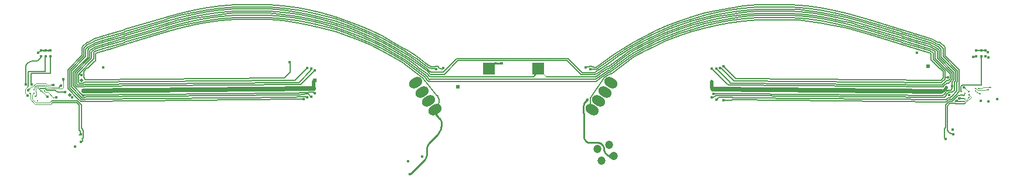
<source format=gbl>
%FSTAX23Y23*%
%MOIN*%
%SFA1B1*%

%IPPOS*%
%AMD51*
4,1,4,-0.006100,-0.029300,0.025400,0.015800,0.006100,0.029300,-0.025400,-0.015800,-0.006100,-0.029300,0.0*
1,1,0.055120,0.009700,-0.006800*
1,1,0.055120,-0.009700,0.006800*
%
%AMD52*
4,1,4,-0.025400,0.015800,0.006100,-0.029300,0.025400,-0.015800,-0.006100,0.029300,-0.025400,0.015800,0.0*
1,1,0.055120,-0.009700,-0.006800*
1,1,0.055120,0.009700,0.006800*
%
%ADD10C,0.010000*%
%ADD13C,0.006000*%
%ADD15C,0.008000*%
%ADD36C,0.018000*%
%ADD49C,0.004000*%
G04~CAMADD=51~3~0.0~0.0~551.2~787.4~0.0~0.0~0~0.0~0.0~0.0~0.0~0~0.0~0.0~0.0~0.0~0~0.0~0.0~0.0~235.0~740.0~682.0*
%ADD51D51*%
G04~CAMADD=52~3~0.0~0.0~551.2~787.4~0.0~0.0~0~0.0~0.0~0.0~0.0~0~0.0~0.0~0.0~0.0~0~0.0~0.0~0.0~125.0~740.0~682.0*
%ADD52D52*%
%ADD53C,0.047240*%
%ADD54C,0.016000*%
%ADD55C,0.008000*%
%ADD56C,0.024000*%
%ADD57C,0.020000*%
%ADD58C,0.012000*%
%ADD59C,0.020000*%
%ADD61C,0.025000*%
%ADD62C,0.018000*%
%ADD63R,0.017720X0.017720*%
%ADD64R,0.015750X0.017720*%
%ADD65R,0.068900X0.070870*%
%LNfront_flex-1*%
%LPD*%
G36*
X-02641Y00862D02*
X-02641Y00862D01*
X-02641Y00863*
X-02642Y00864*
X-02642Y00864*
X-02643Y00865*
X-02644Y00865*
X-02645Y00865*
X-02646Y00866*
X-02647Y00865*
X-02648Y00865*
X-02649Y00865*
X-0265Y00864*
X-0265Y00864*
X-02651Y00863*
X-02651Y00862*
X-02651Y00862*
Y00878*
X-02651Y00877*
X-02651Y00876*
X-0265Y00876*
X-0265Y00875*
X-02649Y00875*
X-02648Y00874*
X-02647Y00874*
X-02646Y00874*
X-02645Y00874*
X-02644Y00874*
X-02643Y00875*
X-02642Y00875*
X-02642Y00876*
X-02641Y00876*
X-02641Y00877*
X-02641Y00878*
Y00862*
G37*
G36*
X-02667D02*
X-02667Y00862D01*
X-02667Y00863*
X-02667Y00864*
X-02668Y00864*
X-02669Y00865*
X-02669Y00865*
X-02671Y00865*
X-02672Y00866*
X-02673Y00865*
X-02674Y00865*
X-02675Y00865*
X-02675Y00864*
X-02676Y00864*
X-02676Y00863*
X-02677Y00862*
X-02677Y00862*
Y00878*
X-02677Y00877*
X-02676Y00876*
X-02676Y00876*
X-02675Y00875*
X-02675Y00875*
X-02674Y00874*
X-02673Y00874*
X-02672Y00874*
X-02671Y00874*
X-02669Y00874*
X-02669Y00875*
X-02668Y00875*
X-02667Y00876*
X-02667Y00876*
X-02667Y00877*
X-02667Y00878*
Y00862*
G37*
G36*
X02651Y00864D02*
X02651Y00864D01*
X02651Y00865*
X02651Y00865*
X0265Y00866*
X0265Y00866*
X02649Y00866*
X02648Y00867*
X02647Y00867*
X02646Y00867*
X02646Y00867*
X02646Y00867*
X02645Y00867*
X02644Y00867*
X02643Y00866*
X02643Y00866*
X02642Y00866*
X02642Y00865*
X02641Y00865*
X02641Y00864*
X02641Y00864*
Y00876*
X02641Y00875*
X02641Y00875*
X02642Y00874*
X02642Y00874*
X02643Y00874*
X02643Y00873*
X02644Y00873*
X02645Y00873*
X02646Y00873*
X02646*
X02646*
X02647Y00873*
X02648Y00873*
X02649Y00873*
X0265Y00874*
X0265Y00874*
X02651Y00874*
X02651Y00875*
X02651Y00875*
X02651Y00876*
Y00864*
G37*
G36*
X02677Y00864D02*
X02677Y00864D01*
X02677Y00865*
X02676Y00865*
X02676Y00866*
X02675Y00866*
X02675Y00866*
X02674Y00866*
X02673Y00867*
X02672Y00867*
X02672Y00867*
X02672Y00867*
X02671Y00867*
X0267Y00866*
X02669Y00866*
X02668Y00866*
X02668Y00866*
X02667Y00865*
X02667Y00865*
X02667Y00864*
X02667Y00864*
Y00876*
X02667Y00875*
X02667Y00875*
X02667Y00874*
X02668Y00874*
X02668Y00873*
X02669Y00873*
X0267Y00873*
X02671Y00873*
X02672Y00873*
X02672*
X02672*
X02673Y00873*
X02674Y00873*
X02675Y00873*
X02675Y00873*
X02676Y00874*
X02676Y00874*
X02677Y00875*
X02677Y00875*
X02677Y00876*
Y00864*
G37*
G36*
X02624Y00836D02*
X02624Y00836D01*
X02625Y00836*
X02626Y00836*
X02626Y00836*
X02627Y00836*
Y0083*
X02626Y0083*
X02626Y0083*
X02625Y0083*
X02624Y00829*
X02624Y00829*
X02624Y00828*
X02624Y00828*
X02623Y00828*
X02623Y00829*
X02623Y00829*
X02622Y00829*
X02622Y00828*
X02621Y00828*
X02621Y00827*
Y0083*
X02621Y0083*
X0262Y0083*
X02619Y0083*
X02618Y0083*
Y00836*
X02619Y00836*
X0262Y00836*
X02621Y00836*
Y00838*
X02621Y00838*
X02622Y00838*
X02622Y00837*
X02623Y00837*
X02623*
X02623Y00837*
X02623Y00838*
X02624Y00838*
X02624Y00839*
X02624Y00836*
G37*
G36*
X-02629Y00828D02*
X-02629Y00828D01*
X-0263Y00827*
X-0263Y00827*
X-0263Y00826*
X-0263Y00826*
X-02631Y00825*
X-02631Y00824*
X-02631Y00823*
X-02631Y00822*
X-02637*
X-02637Y00823*
X-02637Y00824*
X-02637Y00825*
X-02637Y00826*
X-02637Y00826*
X-02638Y00827*
X-02638Y00827*
X-02638Y00828*
X-02639Y00828*
X-02639Y00828*
X-02628*
X-02629Y00828*
G37*
G36*
X-02685D02*
X-02686Y00828D01*
X-02686Y00827*
X-02687Y00827*
X-02687Y00826*
X-02688Y00826*
X-02689Y00825*
X-02689Y00824*
X-0269Y00822*
X-02696Y00825*
X-02694Y00828*
X-02685Y00828*
X-02685Y00828*
G37*
G36*
X02664D02*
X02664Y00828D01*
X02663Y00827*
X02663Y00827*
X02663Y00826*
X02662Y00826*
X02662Y00825*
X02662Y00824*
X02662Y00823*
X02662Y00822*
X02656*
X02656Y00823*
X02656Y00824*
X02656Y00825*
X02655Y00826*
X02655Y00826*
X02655Y00827*
X02654Y00827*
X02654Y00828*
X02653Y00828*
X02653Y00828*
X02665*
X02664Y00828*
G37*
G36*
X-02657Y00828D02*
X-02658Y00828D01*
X-02658Y00827*
X-02659Y00827*
X-02659Y00826*
X-02659Y00826*
X-02659Y00825*
X-02659Y00824*
X-0266Y00823*
X-0266Y00822*
X-02666*
X-02666Y00823*
X-02666Y00826*
X-02666Y00827*
X-02666Y00827*
X-02666Y00827*
X-02666Y00828*
X-02667Y00828*
X-02657Y00828*
X-02657Y00828*
G37*
G36*
X-01267Y00798D02*
X-01267Y00798D01*
X-01267Y00798*
X-01268Y00797*
X-01268Y00797*
X-01268Y00796*
X-01268Y00795*
X-01268Y00794*
X-01268Y00793*
X-01274*
X-01274Y00794*
X-01274Y00795*
X-01274Y00796*
X-01274Y00796*
X-01274Y00797*
X-01275Y00797*
X-01275Y00797*
X-01275Y00797*
X-01275Y00797*
X-01267Y00798*
X-01267Y00798*
G37*
G36*
X-00072Y00791D02*
X-00072Y00792D01*
X-00072Y00792*
X-00073Y00792*
X-00073Y00792*
X-00074Y00792*
X-00075Y00792*
X-00076Y00792*
X-00077Y00792*
X-00076Y00802*
X-00075*
X-00071Y00802*
X-00071Y00803*
X-00071Y00803*
X-00072Y00791*
G37*
G36*
X-00106Y00802D02*
X-00106Y00802D01*
X-00105Y00802*
X-00101Y00802*
X-00096Y00802*
Y00792*
X-00098Y00792*
X-001Y00792*
X-00101Y00792*
X-00102Y00791*
X-00103Y00791*
X-00104Y0079*
X-00105Y0079*
X-00106Y00789*
X-00106Y00788*
X-00106Y00787*
X-00106Y00802*
X-00106Y00802*
G37*
G36*
X01203Y00779D02*
X01203Y00778D01*
X01203Y00777*
X01203Y00777*
X01203Y00776*
X01204Y00776*
X01204Y00775*
X01204Y00774*
X01205Y00774*
X01205Y00773*
X01201Y00769*
X01201Y00769*
X012Y0077*
X01199Y0077*
X01199Y00771*
X01198Y00771*
X01198Y00771*
X01197Y00771*
X01196Y00772*
X01195Y00772*
X01195Y00772*
X01203Y0078*
X01203Y00779*
G37*
G36*
X01182Y00774D02*
X01183Y00774D01*
X01183Y00773*
X01184Y00772*
X01185Y0077*
X01188Y00768*
X01184Y00763*
X01184Y00763*
X01183Y00764*
X01183Y00764*
X01182Y00764*
X01181Y00765*
X01181Y00765*
X0118Y00765*
X0118Y00765*
X01179Y00764*
X01179Y00764*
X01182Y00775*
X01182Y00774*
G37*
G36*
X-00446Y00761D02*
X-00447Y00761D01*
X-00447Y00762*
X-00447Y00762*
X-00448Y00763*
X-00448Y00763*
X-00449Y00763*
X-00449Y00763*
X-0045Y00764*
X-00451Y00764*
X-00452Y00764*
X-00449Y0077*
X-00448Y0077*
X-00447Y0077*
X-00446Y0077*
X-00444Y0077*
X-00444Y0077*
X-00443Y00771*
X-00442Y00771*
X-00446Y00761*
G37*
G36*
X-01172Y00763D02*
X-01173Y00763D01*
X-01173Y00763*
X-01174Y00763*
X-01175Y00763*
X-01175Y00763*
X-01176Y00762*
X-01177Y00762*
X-01177Y00761*
X-01178Y00761*
X-01178Y0076*
X-01183Y00765*
X-01182Y00765*
X-01182Y00766*
X-01181Y00766*
X-01181Y00767*
X-0118Y00768*
X-0118Y00768*
X-0118Y00769*
X-0118Y0077*
X-0118Y0077*
X-0118Y00771*
X-01172Y00763*
G37*
G36*
X00143Y00766D02*
X00143Y00766D01*
X00144Y00766*
X00144Y00765*
X00147Y00763*
X00144Y0076*
X0014Y00763*
X00143Y00766*
X00143Y00766*
G37*
G36*
X00445Y00769D02*
X00446Y00768D01*
X00446Y00768*
X00447Y00768*
X00447Y00767*
X00448Y00767*
X00449Y00767*
X00449Y00767*
X0045Y00767*
X00451Y00766*
X00451Y0076*
X0045Y0076*
X00448Y0076*
X00447Y0076*
X00446Y0076*
X00445Y0076*
X00445Y00759*
X00444Y00759*
X00443Y00759*
X00443Y00758*
X00445Y00769*
X00445Y00769*
G37*
G36*
X-01149Y00759D02*
X-01149Y00759D01*
X-01149Y00759*
X-01149Y00759*
X-01149Y00758*
X-01149Y00758*
X-0115Y00758*
X-0115Y00757*
X-0115Y00756*
X-0115Y00756*
X-01156*
X-01156Y00756*
X-01156Y0076*
X-01156Y0076*
X-01156Y0076*
X-01156Y0076*
X-01149Y00759*
G37*
G36*
X01136Y00765D02*
X01136Y00764D01*
X01136Y00764*
X01136Y00763*
X01137Y00762*
X01137Y00762*
X01137Y00761*
X01138Y00761*
X01138Y0076*
X01139Y00759*
X01134Y00755*
X01134Y00756*
X01133Y00756*
X01132Y00757*
X01132Y00757*
X01131Y00758*
X01131Y00758*
X0113Y00758*
X01129Y00758*
X01128Y00758*
X01128Y00758*
X01136Y00766*
X01136Y00765*
G37*
G36*
X01163Y00765D02*
X01163Y00764D01*
X01163Y00763*
X01163Y00763*
X01163Y00762*
X01163Y00761*
X01164Y00761*
X01164Y0076*
X01165Y0076*
X01165Y00759*
X01161Y00755*
X0116Y00755*
X0116Y00756*
X01159Y00756*
X01159Y00757*
X01158Y00757*
X01157Y00757*
X01157Y00757*
X01156Y00757*
X01155Y00757*
X01155Y00758*
X01163Y00765*
X01163Y00765*
G37*
G36*
X-01129Y00749D02*
X-0113Y00749D01*
X-01131Y00749*
X-01132Y00749*
X-01132Y00749*
X-01133Y00748*
X-01133Y00748*
X-01134Y00748*
X-01135Y00747*
X-01135Y00747*
X-01136Y00746*
X-0114Y00751*
X-0114Y00751*
X-01139Y00752*
X-01139Y00752*
X-01138Y00753*
X-01138Y00754*
X-01138Y00754*
X-01138Y00755*
X-01137Y00756*
X-01137Y00756*
X-01137Y00757*
X-01129Y00749*
G37*
G36*
X00132Y00732D02*
X00131Y00732D01*
X0013Y00732*
X00129Y00731*
X00128Y00731*
X00127Y0073*
X00127Y0073*
X00126Y00729*
X00125Y00728*
X00124Y00728*
X00115*
X00116Y00728*
X00117Y00729*
X00117Y0073*
X00118Y0073*
X00118Y00731*
X00118Y00731*
X00117Y00732*
X00117Y00732*
X00116Y00732*
X00115Y00732*
X00132*
X00132Y00732*
G37*
G36*
X-02464Y00741D02*
X-02464Y00741D01*
X-02465Y0074*
X-02465Y00739*
X-02465Y00739*
X-02465Y00739*
X-02465Y00738*
X-02465Y00738*
X-02465Y00738*
X-02464Y00738*
X-02465Y00732*
X-02467Y00732*
X-02468Y00732*
X-02468Y00731*
X-02469Y00731*
X-0247Y0073*
X-0247Y0073*
X-02471Y00729*
X-02471Y00728*
X-02471Y00727*
X-02471Y00726*
X-02474Y00735*
X-02463Y00742*
X-02464Y00741*
G37*
G36*
X00187Y00724D02*
X00184Y00721D01*
X00184Y00721*
X00184Y00721*
X00184Y00721*
X00183Y00722*
X00181Y00725*
X00184Y00728*
X00187Y00724*
G37*
G36*
X02456Y00725D02*
X02456Y00724D01*
X02457Y00723*
X02457Y00722*
X02458Y00722*
X02458Y00721*
X02459Y00721*
X0246Y0072*
X0246Y0072*
X0246Y0072*
X02461Y00721*
X02462Y00721*
X02463Y00721*
X02463Y00721*
X02464Y00722*
X02464Y00722*
X02465Y00722*
X02463Y00711*
X02463Y00712*
X02463Y00712*
X02462Y00713*
X02461Y00713*
X02461Y00713*
X0246Y00714*
X0246Y00714*
X02459Y00714*
X02458Y00714*
X02457Y00714*
X02458Y00719*
X02453Y00717*
X02456Y00726*
X02456Y00725*
G37*
G36*
X-02555Y007D02*
X-02556Y00698D01*
X-02556Y00697*
X-02557Y00697*
X-02557Y00696*
X-02557Y00695*
X-02557Y00695*
X-02557Y00694*
X-02558Y00693*
X-02562Y00693*
X-02562Y00694*
X-02562Y00695*
X-02562Y00695*
X-02562Y00696*
X-02562Y00697*
X-02563Y00697*
X-02563Y00698*
X-02564Y00699*
X-02564Y00699*
X-02565Y007*
X-02554Y007*
X-02555Y007*
G37*
G36*
X-0277Y00687D02*
X-02769Y00686D01*
X-02769Y00686*
X-02769Y00685*
X-02769Y00684*
X-02769Y00684*
X-02768Y00683*
X-02768Y00683*
X-02767Y00682*
X-02767Y00682*
X-02778*
X-02778Y00682*
X-02777Y00683*
X-02777Y00683*
X-02777Y00684*
X-02776Y00684*
X-02776Y00685*
X-02776Y00686*
X-02776Y00686*
X-02776Y00687*
X-02776Y00688*
X-0277*
X-0277Y00687*
G37*
G36*
X-02741Y0069D02*
X-0274Y00689D01*
X-0274Y00688*
X-0274Y00688*
X-0274Y00687*
X-0274Y00687*
X-02739Y00686*
X-02739Y00686*
X-02738Y00686*
X-02738Y00685*
X-02747Y0068*
X-02747Y00681*
X-02747Y00681*
X-02747Y00682*
X-02747Y00683*
X-02747Y00685*
X-02747Y00686*
X-02741Y0069*
X-02741Y0069*
G37*
G36*
X02496Y00679D02*
X02496Y00678D01*
X02496Y00677*
X02496Y00677*
X02497Y00676*
X02497Y00675*
X02497Y00675*
X02498Y00674*
X02498Y00674*
X02498Y00673*
X02487*
X02488Y00674*
X02488Y00674*
X02489Y00675*
X02489Y00675*
X02489Y00676*
X02489Y00677*
X0249Y00677*
X0249Y00678*
X0249Y00679*
X0249Y00679*
X02496*
X02496Y00679*
G37*
G36*
X-02619Y00669D02*
X-0262Y00669D01*
X-02622Y0067*
X-02623Y00671*
X-02624Y00671*
X-02625Y00672*
X-02626Y00672*
X-02626Y00672*
X-02627Y00672*
X-02628Y00676*
X-02627Y00676*
X-02626Y00676*
X-02626Y00676*
X-02625Y00676*
X-02624Y00677*
X-02624Y00677*
X-02623Y00678*
X-02623Y00678*
X-02622Y00679*
X-02621Y0068*
X-02619Y00669*
G37*
G36*
X-02575Y00661D02*
X-02576Y00661D01*
X-02577Y00661*
X-02578Y00661*
X-02579Y00661*
X-02579Y00661*
X-0258Y00661*
X-02581Y00661*
X-02581Y0066*
X-02582Y0066*
X-02582Y00659*
X-02585Y00662*
X-02585Y00663*
X-02584Y00663*
X-02584Y00664*
X-02583Y00665*
X-02583Y00666*
X-02582Y00666*
X-02582Y00668*
X-02582Y00669*
X-02581Y0067*
X-02575Y00661*
G37*
G36*
X-02758Y00664D02*
X-02759Y00664D01*
X-02759Y00664*
X-02759Y00664*
X-0276Y00663*
X-02762Y00661*
X-02765Y00663*
X-02762Y00667*
X-02758Y00664*
G37*
G36*
X02707Y00658D02*
X02707Y00658D01*
X02707Y00658*
X02707Y00658*
X02706Y00658*
X02706Y00658*
X02706Y00658*
X02705Y00658*
X02705Y00658*
X02704Y00658*
Y00662*
X02705*
X02705Y00662*
X02706Y00663*
X02706Y00663*
X02706Y00663*
X02707Y00663*
X02707Y00663*
X02707Y00663*
X02707Y00663*
Y00658*
G37*
G36*
X02647Y00657D02*
X02648Y00657D01*
X02648Y00656*
X02648Y00656*
X02648Y00656*
X02649Y00656*
X02649Y00656*
X02649Y00656*
X0265Y00656*
Y00652*
X0265Y00652*
X02649Y00652*
X02649Y00652*
X02648Y00652*
X02648Y00652*
X02648Y00652*
X02648Y00652*
X02647Y00651*
X02647Y00651*
Y00657*
X02647Y00657*
G37*
G36*
X-027Y00656D02*
X-027Y00657D01*
X-027Y00657*
X-027Y00657*
X-02699Y00656*
X-02699Y00656*
X-02699Y00656*
X-02699Y00656*
Y00656*
X-02697Y00654*
X-027Y00651*
X-027Y00651*
X-027Y00651*
X-02701Y00651*
X-02701Y00652*
X-02702Y00652*
X-02702Y00652*
X-02702Y00653*
X-02702Y00653*
X-02703Y00653*
X-02703Y00653*
X-02703Y00653*
X-02703Y00653*
X-02704Y00653*
X-02703Y00654*
X-02704Y00654*
X-02701Y00657*
X-027Y00656*
G37*
G36*
X02569Y0066D02*
X02569Y00658D01*
X02569Y00658*
X0257Y00656*
X0257Y00655*
X02571Y00655*
X02571Y00654*
X02571Y00654*
X02569Y0065*
X02569Y00651*
X02568Y00651*
X02567Y00652*
X02567Y00652*
X02566Y00652*
X02565Y00652*
X02565Y00652*
X02564Y00652*
X02563Y00652*
X02562Y00652*
X02568Y00661*
X02569Y0066*
G37*
G36*
X-02723Y00652D02*
X-02723Y00651D01*
X-02723Y00651*
X-02723Y00651*
X-02723Y00651*
X-02722Y0065*
X-02722Y0065*
X-02722Y0065*
X-02722Y0065*
X-02728*
X-02727Y0065*
X-02727Y0065*
X-02727Y0065*
X-02727Y00651*
X-02727Y00651*
X-02727Y00651*
X-02727Y00651*
X-02727Y00652*
X-02727Y00653*
X-02723*
X-02723Y00652*
G37*
G36*
X02634Y00652D02*
X02631Y00649D01*
X02631Y00649*
X02631Y0065*
X0263Y0065*
X0263Y0065*
X0263Y0065*
X0263Y0065*
X02629Y0065*
X02629Y0065*
X02629Y0065*
X0263Y00655*
X02634Y00652*
G37*
G36*
X02697Y00645D02*
X02697Y00645D01*
X02697Y00645*
X02696Y00646*
X02696Y00646*
X02696Y00646*
X02696Y00646*
X02695Y00646*
X02695Y00646*
X02694Y00646*
Y0065*
X02694Y0065*
X02695Y0065*
X02696Y0065*
X02696Y0065*
X02696Y0065*
X02696Y0065*
X02697Y0065*
X02697Y00651*
X02697Y00651*
Y00645*
G37*
G36*
X-0275Y00651D02*
X-02751Y00651D01*
X-02751Y0065*
X-02751Y0065*
X-02752Y00649*
X-02752Y00648*
X-02752Y00647*
X-02752Y00647*
X-02753Y00646*
X-02753Y00645*
X-02753Y00644*
X-02761Y00652*
X-0276Y00652*
X-02758Y00652*
X-02757Y00652*
X-02756Y00652*
X-02755Y00653*
X-02755Y00653*
X-02754Y00653*
X-02754Y00654*
X-02753Y00654*
X-0275Y00651*
G37*
G36*
X-02684Y00642D02*
X-02684Y00642D01*
X-02684Y00642*
X-02684Y00642*
X-02683Y00641*
X-02683Y00641*
X-02682Y0064*
X-02684Y00636*
X-02684Y00637*
X-02685Y00637*
X-02685Y00637*
X-02685Y00637*
X-02685Y00637*
X-02686Y00637*
X-02686Y00638*
X-02686Y00638*
X-02686Y00638*
X-02687Y00637*
X-02684Y00642*
X-02684Y00642*
G37*
G36*
X02631Y00642D02*
X02631Y00642D01*
X02631Y00641*
X02631Y00641*
X02631Y00641*
X02631Y00641*
X02632Y0064*
X02632Y00639*
X0263Y00636*
X0263Y00636*
X02629Y00637*
X02629Y00637*
X02629Y00637*
X02628Y00637*
X02628Y00637*
X02628Y00637*
X02628Y00637*
X02627Y00637*
X02631Y00642*
X02631Y00642*
G37*
G36*
X02585Y0064D02*
X02586Y00639D01*
X02586Y00639*
X02586Y00639*
X02587Y00639*
X02587Y00639*
X02587*
X02587Y00639*
X02587Y00639*
X02586Y00634*
X02583Y00637*
X02585Y0064*
X02585Y0064*
G37*
G36*
X-02554Y00627D02*
X-02555Y00628D01*
X-02555Y00628*
X-02556Y00628*
X-02557Y00629*
X-02557Y00629*
X-02558Y00629*
X-02559Y00629*
X-02559Y0063*
X-0256Y0063*
X-02561Y0063*
Y00636*
X-0256Y00636*
X-02559Y00636*
X-02559Y00636*
X-02558Y00636*
X-02557Y00636*
X-02557Y00637*
X-02556Y00637*
X-02555Y00637*
X-02555Y00638*
X-02554Y00638*
Y00627*
G37*
G36*
X-01131Y00634D02*
X-01138Y00626D01*
X-01138Y00627*
X-01138Y00627*
X-01138Y00628*
X-01138Y00628*
X-01139Y00628*
X-01139Y00629*
X-0114Y00629*
X-0114Y00629*
X-01141Y00629*
X-01142Y00629*
X-0114Y00635*
X-01131Y00634*
G37*
G36*
X-02726Y00622D02*
X-02726Y00622D01*
X-02727Y00622*
X-02727Y00622*
X-02727Y00622*
X-02727Y00622*
X-02728Y00622*
X-02728Y00621*
X-02728Y00621*
X-02729Y00621*
X-02729Y00621*
X-0273Y00625*
X-0273Y00625*
X-02729Y00627*
X-02729Y00627*
X-02729Y00627*
X-02729Y00627*
X-02726Y00622*
G37*
G36*
X0265Y00621D02*
X0265Y00622D01*
X0265Y00622*
X0265Y00622*
X02649Y00622*
X02649Y00622*
X02648Y00622*
X02648Y00622*
X02647*
Y00626*
X02648*
X02649Y00626*
X0265Y00626*
X0265Y00626*
X0265Y00626*
X0265Y00626*
Y00621*
G37*
G36*
X02568Y00622D02*
X02568Y00622D01*
X02568Y00622*
X02567Y00622*
X02567Y00622*
X02567Y00621*
X02567Y00621*
X02567Y00621*
X02567Y0062*
X02567Y0062*
X02567Y0062*
X02564Y00621*
X02566Y00618*
X02566Y00618*
X02563Y00615*
X02563Y00615*
X02563Y00615*
X0256Y00618*
X0256Y00618*
X0256Y00618*
X02561Y00618*
X02561Y00619*
X02562Y00619*
X02563Y00621*
X02563Y00621*
Y00622*
X02563Y00623*
X02563Y00623*
X02563Y00624*
X02563Y00624*
X02563Y00624*
X02568Y00622*
G37*
G36*
X-0244Y0062D02*
X-0244Y0062D01*
X-02439Y0062*
X-02437Y0062*
X-02435*
Y00614*
X-02436Y00614*
X-02437Y00614*
X-02438Y00613*
X-02438Y00613*
X-02438Y00613*
X-02438Y00613*
X-02438Y00613*
X-0244Y0062*
X-0244Y0062*
G37*
G36*
X-02453Y00624D02*
X-02453Y00624D01*
X-02452Y00623*
X-02452Y00623*
X-02451Y00623*
X-0245Y00622*
X-0245Y00622*
X-02449Y00622*
X-02448Y00622*
X-02448Y00622*
X-02454Y00613*
X-02454Y00614*
X-02454Y00614*
X-02454Y00615*
X-02455Y00616*
X-02455Y00616*
X-02455Y00617*
X-02456Y00618*
X-02456Y00618*
X-02457Y00619*
X-02457Y00619*
X-02454Y00625*
X-02453Y00624*
G37*
G36*
X02592Y00617D02*
X02592Y00617D01*
X02592Y00617*
X02592Y00617*
X02592Y00617*
X02592Y00616*
X02592Y00616*
X02592Y00616*
X02593Y00616*
X02593Y00616*
X0259Y00613*
X02587Y00617*
X02592Y00617*
X02592Y00617*
G37*
G36*
X-02769Y00622D02*
X-02768Y00621D01*
X-02767Y00621*
X-02767Y00621*
X-02766Y0062*
X-02765Y0062*
X-02764Y0062*
X-02764Y0062*
X-02763Y0062*
X-02762Y0062*
X-0277Y00612*
X-0277Y00613*
X-0277Y00615*
X-0277Y00615*
X-0277Y00616*
X-0277Y00617*
X-02771Y00618*
X-02771Y00618*
X-02771Y00619*
X-02772Y00619*
X-02769Y00622*
X-02769Y00622*
G37*
G36*
X-02714Y00613D02*
X-02714Y00612D01*
X-02715Y00612*
X-02715Y00611*
X-02715Y00611*
X-02715Y00611*
X-02715Y00611*
X-02715Y0061*
X-02715Y0061*
X-02715Y0061*
X-02719Y00614*
X-02719Y00614*
X-02719Y00614*
X-02719Y00614*
X-02718Y00614*
X-02718Y00614*
X-02718Y00614*
X-02718Y00615*
X-02717Y00615*
X-02717Y00615*
X-02714Y00613*
G37*
G36*
X-02656Y00616D02*
X-02655Y00615D01*
X-02654Y00615*
X-02654Y00615*
X-02653Y00614*
X-02652Y00614*
X-02651Y00614*
X-02651Y00614*
X-0265Y00614*
X-02649Y00614*
X-02657Y00606*
X-02657Y00607*
X-02657Y00609*
X-02657Y00609*
X-02657Y0061*
X-02657Y00611*
X-02658Y00612*
X-02658Y00612*
X-02658Y00613*
X-02659Y00613*
X-02656Y00616*
X-02656Y00616*
G37*
G36*
X-01156Y00616D02*
X-01156Y00616D01*
X-01155Y00615*
X-01155Y00615*
X-01154Y00615*
X-01153Y00615*
X-01153Y00614*
X-01152Y00614*
X-01152Y00615*
X-01151Y00615*
X-01157Y00605*
X-01157Y00606*
X-01157Y00606*
X-01157Y00607*
X-01158Y00608*
X-01158Y00608*
X-01158Y00609*
X-01159Y0061*
X-01159Y0061*
X-0116Y00611*
X-0116Y00611*
X-01157Y00617*
X-01156Y00616*
G37*
G36*
X-01178Y0061D02*
X-01177Y00609D01*
X-01176Y00609*
X-01176Y00608*
X-01176Y00608*
X-01176Y00608*
X-01176Y00608*
X-0118Y00603*
X-0118Y00603*
X-0118Y00603*
X-0118Y00603*
X-0118Y00604*
X-01183Y00606*
X-01178Y0061*
X-01178Y0061*
G37*
G36*
X0259Y006D02*
X02589Y006D01*
X02589Y006*
X02589Y006*
X02589Y006*
X02588Y006*
X02588Y006*
X02588Y006*
X02588Y00599*
X02587Y00599*
X02584Y00602*
X02584Y00602*
X02585Y00602*
X02585Y00603*
X02585Y00603*
X02585Y00603*
X02586Y00604*
X02586Y00604*
X02586Y00604*
X02586Y00604*
X0259Y006*
G37*
G36*
X01132Y00607D02*
X01132Y00607D01*
X01133Y00606*
X01133Y00606*
X01134Y00606*
X01135Y00606*
X01135Y00605*
X01136Y00605*
X01137Y00605*
X01138Y00605*
X01138Y00599*
X01137Y00599*
X01137Y00599*
X01136Y00599*
X01135Y00599*
X01135Y00599*
X01134Y00598*
X01134Y00598*
X01133Y00598*
X01133Y00597*
X01132Y00597*
X01131Y00607*
X01132Y00607*
G37*
G36*
X-02603Y00596D02*
X-02604Y00597D01*
X-02605Y00598*
X-02606Y00599*
X-02607Y00599*
X-02608Y00599*
X-02608Y006*
X-02609Y006*
X-0261Y006*
X-0261Y006*
Y00604*
X-0261Y00604*
X-02609Y00604*
X-02608Y00604*
X-02608Y00605*
X-02607Y00605*
X-02606Y00605*
X-02605Y00606*
X-02605Y00606*
X-02604Y00607*
X-02603Y00608*
Y00596*
G37*
G36*
X0254Y00604D02*
X0254Y00603D01*
X02541Y00603*
X02542Y00602*
X02542Y00602*
X02543Y00602*
X02544Y00602*
X02544Y00602*
X02545Y00601*
X02546Y00601*
Y00595*
X02545Y00595*
X02544Y00595*
X02544Y00595*
X02543Y00595*
X02542Y00595*
X02542Y00594*
X02541Y00594*
X0254Y00594*
X0254Y00593*
X02539Y00593*
Y00604*
X0254Y00604*
G37*
G36*
X01165Y00596D02*
X01165Y00596D01*
X01164Y00595*
X01164Y00595*
X01163Y00594*
X01163Y00593*
X01163Y00593*
X01163Y00592*
X01162Y00591*
X01162Y00591*
X01162Y0059*
X01154Y00598*
X01155Y00598*
X01156Y00598*
X01157Y00598*
X01157Y00598*
X01158Y00598*
X01158Y00599*
X01159Y00599*
X0116Y006*
X0116Y006*
X01161Y00601*
X01165Y00596*
G37*
G36*
X-01197Y00587D02*
X-01197Y00587D01*
X-01198Y00588*
X-01199Y00588*
X-01199Y00588*
X-012Y00589*
X-012Y00589*
X-01201Y00589*
X-01202Y00589*
X-01203Y00589*
X-01203Y00589*
X-01204Y00595*
X-01203Y00595*
X-01202Y00595*
X-01202Y00596*
X-01201Y00596*
X-012Y00596*
X-012Y00596*
X-01199Y00597*
X-01199Y00597*
X-01198Y00598*
X-01198Y00598*
X-01197Y00587*
G37*
G36*
X012Y00592D02*
X01201Y00592D01*
X01201Y00591*
X01202Y00591*
X01203Y00591*
X01203Y00591*
X01204Y0059*
X01205Y0059*
X01206Y0059*
X01206Y0059*
Y00584*
X01206Y00584*
X01205Y00584*
X01204Y00584*
X01203Y00584*
X01203Y00583*
X01202Y00583*
X01201Y00583*
X01201Y00582*
X012Y00582*
X012Y00581*
Y00593*
X012Y00592*
G37*
G36*
X00419Y00582D02*
X00419Y00581D01*
X00419Y00581*
X00419Y00581*
X00418Y00581*
X00418Y00581*
X00417Y0058*
X00415Y00578*
X00408Y00585*
X00409Y00586*
X00411Y00588*
X00411Y00589*
X00411Y00589*
X00411Y00589*
X00412Y00589*
X00419Y00582*
G37*
G36*
X-02625Y00581D02*
X-02626Y00581D01*
X-02626Y00581*
X-02626Y0058*
X-02627Y0058*
X-02629Y00577*
X-02632Y0058*
X-02629Y00584*
X-02625Y00581*
G37*
G36*
X02526Y00586D02*
X02527Y00586D01*
X02527Y00585*
X02528Y00585*
X02528Y00585*
X02529Y00584*
X0253Y00584*
X0253Y00584*
X02531Y00584*
X02532Y00584*
X0253Y00578*
X02529Y00578*
X02528Y00578*
X02527Y00578*
X02527Y00577*
X02526Y00577*
X02525Y00577*
X02525Y00577*
X02524Y00576*
X02523Y00576*
X02526Y00587*
X02526Y00586*
G37*
G36*
X-02621Y0057D02*
X-02622Y0057D01*
X-02622Y0057*
X-02622Y00569*
X-02623Y00569*
X-02625Y00566*
X-02628Y00569*
X-02625Y00573*
X-02621Y0057*
G37*
G36*
X-00422Y00568D02*
X-00422Y00567D01*
X-00422Y00566*
X-00422Y00565*
X-00422Y00564*
X-00422Y00563*
X-00422Y00563*
X-00422Y00562*
X-00421Y00561*
X-00421Y00561*
X-00421Y00561*
X-00432Y00566*
X-00431Y00566*
X-00431Y00566*
X-0043Y00566*
X-0043Y00566*
X-00429Y00566*
X-00429Y00567*
X-00428Y00568*
X-00428Y00569*
X-00428Y0057*
X-00427Y00571*
X-00422Y00568*
G37*
G36*
X00439Y00571D02*
X00439Y0057D01*
X00439Y00569*
X0044Y00568*
X0044Y00567*
X0044Y00567*
X00441Y00566*
X00441Y00566*
X00441Y00566*
X00442Y00566*
X0043Y00565*
X00431Y00565*
X00431Y00566*
X00432Y00566*
X00432Y00566*
X00432Y00567*
X00433Y00568*
X00433Y00569*
X00433Y0057*
X00433Y00571*
X00433Y00572*
X00439Y00572*
X00439Y00571*
G37*
G36*
X-0044Y00534D02*
X-0044Y00534D01*
X-00441Y00534*
X-00441Y00533*
X-00441Y00533*
X-00441Y00533*
X-00441Y00532*
X-00441Y00532*
X-00442Y00532*
X-00442Y00532*
X-00447Y00537*
X-00447Y00537*
X-00447Y00537*
X-00446Y00537*
X-00446Y00537*
X-00446Y00538*
X-00445Y00538*
X-00445Y00538*
X-00445Y00538*
X-00444Y00539*
X-0044Y00534*
G37*
G36*
X-00431Y00509D02*
X-00431Y00509D01*
X-00432Y00508*
X-00432Y00507*
X-00432Y00506*
X-00432Y00505*
X-00431Y00503*
X-00431Y00502*
X-0043Y005*
X-00429Y00499*
X-00437Y00493*
X-00438Y00495*
X-00439Y00496*
X-00441Y00497*
X-00442Y00498*
X-00443Y00499*
X-00444Y005*
X-00444Y005*
X-00445Y005*
X-00446Y005*
X-00447Y005*
X-0043Y0051*
X-00431Y00509*
G37*
G36*
X02492Y00391D02*
X02492Y00392D01*
X02492Y00392*
X02491Y00393*
X02491Y00393*
X0249Y00394*
X0249Y00394*
X02489Y00395*
X02488Y00395*
X02487Y00395*
X02487Y00395*
X02488Y00401*
X02489Y00401*
X0249Y00401*
X0249Y00401*
X02491*
X02492Y00401*
X02493Y00401*
X02493Y00401*
X02494Y00401*
X02495Y00402*
X02495Y00402*
X02492Y00391*
G37*
G36*
X-0246Y00404D02*
X-0246Y00403D01*
X-0246Y00403*
X-0246Y00402*
X-0246Y00401*
X-02459Y00401*
X-02459Y004*
X-02458Y004*
X-02458Y004*
X-02457Y00399*
X-02468Y00396*
X-02468Y00396*
X-02467Y00398*
X-02467Y00398*
X-02467Y004*
X-02467Y004*
X-02466Y00402*
X-02466Y00403*
X-0246Y00405*
X-0246Y00404*
G37*
G36*
X02452Y00376D02*
X02453Y00375D01*
X02454Y00375*
X02454Y00375*
X02455Y00375*
X02455Y00374*
X02456Y00374*
X02456Y00374*
X02456Y00374*
X0245Y00368*
X0245Y00368*
X0245Y00368*
X0245Y00369*
X0245Y00369*
X02449Y0037*
X02449Y0037*
X02449Y00371*
X02448Y00372*
X02448Y00372*
X02447Y00373*
X02451Y00377*
X02452Y00376*
G37*
G36*
X-02448Y00356D02*
X-02449Y00356D01*
X-0245Y00354*
X-0245Y00354*
X-0245Y00353*
Y00353*
X-02455Y00358*
X-02455Y00358*
X-02455Y00358*
X-02455Y00358*
X-02454Y00359*
X-02454Y00359*
X-02454Y00359*
X-02452Y0036*
X-02448Y00356*
G37*
G36*
X00551Y00253D02*
X00549Y00256D01*
X00542Y00265*
X00541Y00265*
X00541Y00266*
X00542Y00266*
X00542Y00276*
X00542Y00276*
X00543Y00277*
X00544Y00278*
X00553Y00286*
X00551Y00253*
G37*
G36*
X-00577Y0017D02*
X-00583Y00164D01*
X-00588Y00174*
X-00588Y00174*
X-00587Y00174*
X-00587Y00174*
X-00587Y00174*
X-00586Y00174*
X-00586Y00175*
X-00585Y00175*
X-00584Y00176*
X-00583Y00177*
X-00577Y0017*
G37*
G54D10*
X-00442Y00519D02*
D01*
X-00441Y00517*
X-00441Y00514*
X-00441Y00512*
X-0044Y00509*
X-00439Y00507*
X-00438Y00505*
X-00437Y00502*
X-00436Y005*
X-00435Y00498*
X-00433Y00496*
X-00431Y00494*
X-00431Y00494*
X-00409Y00454D02*
D01*
X-00409Y00457*
X-0041Y0046*
X-0041Y00463*
X-00411Y00466*
X-00412Y00469*
X-00413Y00472*
X-00414Y00474*
X-00416Y00477*
X-00417Y00479*
X-00419Y00482*
X-00421Y00484*
X-00422Y00484*
X-00439Y00384D02*
D01*
X-00434Y00389*
X-00429Y00394*
X-00425Y004*
X-00422Y00406*
X-00419Y00412*
X-00416Y00418*
X-00414Y00425*
X-00412Y00432*
X-0041Y00439*
X-0041Y00446*
X-00409Y00452*
X-00409Y00454*
X-00478Y00344D02*
D01*
X-0048Y00342*
X-00483Y00339*
X-00485Y00335*
X-00487Y00332*
X-00489Y00328*
X-0049Y00325*
X-00492Y00321*
X-00493Y00317*
X-00493Y00313*
X-00494Y00309*
X-00494Y00305*
X-00494Y00304*
X-00508Y00245D02*
D01*
X-00506Y00248*
X-00504Y0025*
X-00502Y00253*
X-005Y00256*
X-00499Y00259*
X-00497Y00262*
X-00496Y00265*
X-00495Y00268*
X-00495Y00271*
X-00494Y00274*
X-00494Y00277*
X-00494Y00278*
X-00584Y00169D02*
D01*
X-00584Y00169*
X-00584Y00169*
X-00584Y00169*
X-00584Y00169*
X-00584Y00169*
X-00591Y00166D02*
D01*
X-0059Y00166*
X-00589Y00167*
X-00589Y00167*
X-00588Y00167*
X-00587Y00167*
X-00587Y00167*
X-00586Y00168*
X-00586Y00168*
X-00585Y00168*
X-00585Y00169*
X-00584Y00169*
X-00584Y00169*
X00418Y0035D02*
D01*
X0042Y00349*
X00421Y00348*
X00423Y00348*
X00424Y00347*
X00426Y00347*
X00427Y00347*
X00429Y00347*
X00429Y00347*
X00413Y00354D02*
D01*
X00414Y00353*
X00415Y00352*
X00417Y00351*
X00418Y0035*
X00418Y0035*
X00399Y00388D02*
D01*
X00399Y00384*
X00399Y00381*
X004Y00378*
X00401Y00374*
X00402Y00371*
X00403Y00368*
X00405Y00365*
X00406Y00362*
X00408Y00359*
X0041Y00357*
X00412Y00354*
X00413Y00354*
X0053Y00279D02*
D01*
X00532Y00277*
X00533Y00276*
X00535Y00274*
X00538Y00273*
X0054Y00272*
X00542Y00271*
X00544Y0027*
X00546Y0027*
X00549Y00269*
X00551Y00269*
X00554Y00269*
X00554Y00269*
X00515Y00303D02*
D01*
X00515Y00301*
X00516Y003*
X00516Y00298*
X00516Y00297*
X00517Y00295*
X00517Y00293*
X00518Y00292*
X00519Y00291*
X0052Y00289*
X00521Y00288*
X00522Y00287*
X00522Y00286*
X00515Y00307D02*
D01*
X00515Y0031*
X00515Y00312*
X00515Y00315*
X00514Y00318*
X00513Y00321*
X00512Y00323*
X00511Y00326*
X00509Y00328*
X00508Y00331*
X00506Y00333*
X00504Y00335*
X00504Y00335*
D01*
X00502Y00337*
X00499Y00339*
X00497Y00341*
X00495Y00342*
X00492Y00343*
X0049Y00344*
X00487Y00345*
X00485Y00346*
X00482Y00346*
X00479Y00347*
X00476Y00347*
X00476*
X00408Y00578D02*
D01*
X00407Y00576*
X00405Y00575*
X00404Y00573*
X00402Y00571*
X00401Y00569*
X004Y00566*
X004Y00564*
X00399Y00562*
X00399Y0056*
X00398Y00557*
X00398Y00555*
X00398Y00554*
X00399Y00514D02*
D01*
X00399Y00514*
X00399Y00514*
X00399Y00514*
X00399Y00514*
X00399Y00515*
X00399Y00515*
X00399Y00515*
X00399Y00515*
X00398Y00515*
X00398Y00515*
X00398Y00515*
X00398Y00515*
X-0256Y00704D02*
D01*
X-0256Y00703*
X-0256Y00702*
X-00442Y00519D02*
Y00532D01*
X-00431Y00494D02*
X-00422Y00484D01*
X-00478Y00344D02*
X-00439Y00384D01*
X-00494Y00278D02*
Y00304D01*
X-00584Y00169D02*
X-00508Y00245D01*
X-00584Y00169D02*
X-00584Y00169D01*
X00418Y0035D02*
X00418Y0035D01*
X00399Y00388D02*
Y00514D01*
X00429Y00347D02*
X00476D01*
X00418Y0035D02*
Y0035D01*
X00522Y00286D02*
X0053Y00279D01*
X00398Y00515D02*
Y00554D01*
X-0256Y00704D02*
Y00706D01*
X00408Y00578D02*
X0042Y0059D01*
X-00066Y00797D02*
X-00066Y00797D01*
X-00111Y00797D02*
X-00066D01*
X-0014Y00768D02*
X-00111Y00797D01*
X-0014Y00767D02*
Y00768D01*
X-00601Y00241D02*
X-00599D01*
X-00523Y00269D02*
X-0052Y00267D01*
X-00442Y00532D02*
X-00442Y00532D01*
X-00447Y00532D02*
X-00442D01*
G54D13*
X-02471Y0043D02*
D01*
X-02471Y00428*
X-02471Y00427*
X-0247Y00425*
X-0247Y00423*
X-02469Y00422*
X-02469Y0042*
X-02468Y00418*
X-02467Y00417*
X-02466Y00415*
X-02465Y00414*
X-02464Y00413*
X-02463Y00412*
X02452Y00427D02*
D01*
X02452Y00426*
X02451Y00426*
X02451Y00425*
X0245Y00424*
X0245Y00423*
X02449Y00422*
X02449Y00422*
X02449Y00421*
X02449Y0042*
X02449Y00419*
X02449Y00418*
X02449Y00418*
X02452Y00427D02*
D01*
X02453Y00428*
X02454Y00428*
X02454Y00429*
X02454Y0043*
X02455Y00431*
X02455Y00432*
X02456Y00432*
X02456Y00433*
X02456Y00434*
X02456Y00435*
X02456Y00436*
X02456Y00436*
X02425Y00686D02*
D01*
X02426Y00686*
X02427Y00686*
X02428Y00686*
X02429Y00687*
X0243Y00687*
X0243Y00687*
X02431Y00688*
X02432Y00688*
X02433Y00688*
X02433Y00689*
X02434Y0069*
X02434Y0069*
X00554Y00749D02*
D01*
X00552Y00749*
X0055Y00748*
X00548Y00748*
X00546Y00748*
X00544Y00747*
X00542Y00746*
X0054Y00745*
X00539Y00744*
X00537Y00743*
X00535Y00742*
X00534Y00741*
X00534Y0074*
X02483Y00643D02*
D01*
X02484Y00643*
X02484Y00644*
X02484Y00644*
X02485Y00644*
X02485Y00644*
X02486Y00644*
X02486Y00644*
X02487Y00644*
X02487Y00645*
X02487Y00645*
X02488Y00645*
X02488Y00645*
D01*
X02488Y00646*
X02489Y00647*
X0249Y00648*
X02491Y00649*
X02491Y0065*
X02492Y00652*
X02492Y00653*
X02492Y00654*
X02493Y00655*
X02493Y00656*
X02493Y00658*
X02493Y00658*
X02469Y00642D02*
D01*
X02469Y00641*
X02469Y00641*
X02475Y00643D02*
D01*
X02474Y00643*
X02473Y00643*
X02473Y00643*
X02472Y00643*
X02472Y00643*
X02471Y00643*
X02471Y00642*
X0247Y00642*
X0247Y00642*
X02469Y00642*
X00544Y0078D02*
D01*
X00542Y0078*
X0054Y00779*
X00537Y00779*
X00535Y00778*
X00532Y00777*
X0053Y00777*
X00528Y00776*
X00526Y00774*
X00524Y00773*
X00522Y00771*
X0052Y0077*
X0052Y00769*
X02466Y00626D02*
D01*
X02465Y00625*
X02465Y00625*
X02465Y00624*
X02464Y00624*
X02464Y00623*
X02464Y00623*
X02464Y00622*
X02464Y00622*
X02464Y00621*
X02463Y00621*
X02463Y0062*
Y0062*
X02459Y00612D02*
D01*
X02459Y00613*
X0246Y00613*
X0246Y00613*
X0246Y00614*
X02461Y00615*
X02461Y00615*
X02461Y00616*
X02461Y00616*
X02461Y00617*
X02461Y00617*
X02462Y00618*
X02462Y00618*
X02459Y00612D02*
D01*
X02459Y00612*
X02459Y00612*
X02459Y00612*
X02459Y00612*
X02459Y00612*
X02459*
X02444Y00603D02*
D01*
X02445Y00603*
X02446Y00603*
X02447Y00603*
X02448Y00603*
X02449Y00603*
X02449Y00604*
X0245Y00604*
X02451Y00605*
X02452Y00605*
X02453Y00606*
X02453Y00606*
X02454Y00607*
X02479Y00632D02*
D01*
X02478Y00632*
X02477Y00632*
X02476Y00632*
X02476Y00632*
X02475Y00632*
X02474Y00631*
X02473Y00631*
D01*
X02473Y00631*
X02472Y00631*
X02472Y00631*
X02472Y00631*
X02471Y00631*
X02471Y0063*
X02471Y0063*
X0247Y0063*
X0247Y0063*
X0247Y0063*
X0247Y00629*
X0247Y00629*
X02466Y00626D02*
D01*
X02466Y00626*
X02466Y00626*
X02466Y00626*
X02466Y00626*
X02466Y00626*
X02466Y00626*
X00465Y00763D02*
D01*
X00466Y00764*
X00468Y00764*
X0047Y00764*
X00472Y00764*
X00473Y00765*
X00475Y00766*
X00476Y00766*
X00478Y00767*
X00479Y00768*
X00481Y00769*
X00482Y00771*
X00482Y00771*
X00445Y00763D02*
D01*
X00445Y00763*
X00444Y00763*
X00444Y00763*
X00444Y00763*
X00443Y00763*
X00443Y00763*
X00442Y00763*
X00442Y00763*
X00442Y00762*
X00441Y00762*
X00441Y00762*
X00441Y00762*
X02434Y00662D02*
D01*
X02434*
X02434*
X02434*
X02434Y00662*
X02434Y00662*
X02434Y00662*
X02482Y00692D02*
D01*
X02482Y00692*
X02483Y00692*
X02483Y00693*
X02483Y00693*
X02483Y00694*
X02483Y00694*
X02484Y00694*
X02484Y00694*
X02465Y00682D02*
D01*
X02466Y00682*
X02467Y00682*
X02468Y00682*
X0247Y00682*
X02471Y00683*
X02472Y00683*
X02473Y00684*
X02474Y00684*
X02475Y00685*
X02476Y00686*
X02477Y00687*
X02477Y00687*
X02465Y00682D02*
D01*
X02464Y00682*
X02463Y00682*
X02462Y00682*
X02461Y00681*
X0246Y00681*
X02459Y00681*
X02458Y0068*
X02458Y0068*
X02457Y00679*
X02456Y00679*
X02455Y00678*
X02455Y00678*
X02434Y00662D02*
D01*
X02435Y00662*
X02436Y00662*
X02437Y00662*
X02438Y00663*
X02439Y00663*
X0244Y00663*
X0244Y00664*
X02441Y00664*
X02442Y00665*
X02443Y00665*
X02443Y00666*
X0247Y007D02*
D01*
X02471Y007*
X02472Y007*
X02473Y00701*
X02473Y00701*
X02474Y00701*
X02475Y00702*
X02476Y00702*
X02477Y00702*
X02478Y00703*
X02479Y00704*
X02479Y00704*
X0248Y00704*
X0247Y007D02*
D01*
X02469Y007*
X02468Y007*
X02467Y007*
X02466Y007*
X02465Y00699*
X02464Y00699*
X02463Y00699*
X02462Y00698*
X02461Y00698*
X0246Y00697*
X02459Y00696*
X02459Y00696*
X02434Y00674D02*
D01*
X02434Y00674*
X02435Y00674*
X02436Y00674*
X02436Y00674*
X02437Y00675*
X02437Y00675*
X02438Y00675*
X02438Y00675*
X02439Y00676*
X02439Y00676*
X0244Y00677*
X0244Y00677*
X00551Y00759D02*
D01*
X00549Y00759*
X00547Y00758*
X00544Y00758*
X00542Y00757*
X0054Y00757*
X00538Y00756*
X00536Y00755*
X00533Y00754*
X00531Y00752*
X0053Y00751*
X00528Y00749*
X00527Y00749*
X02466Y00427D02*
D01*
X02466Y00425*
X02466Y00424*
D01*
X02466Y00422*
X02467Y0042*
X02467Y00418*
X02468Y00416*
X02469Y00414*
X0247Y00412*
X02471Y00411*
X02472Y00409*
X02474Y00407*
X02475Y00406*
X02477Y00404*
X02478Y00403*
X0248Y00402*
X02482Y00401*
X02484Y004*
X02486Y00399*
X02488Y00398*
X0249Y00398*
X02492Y00397*
X02494Y00397*
X02496Y00397*
X02498Y00397*
X02499Y00397*
X-02442Y00716D02*
D01*
X-02442Y00716*
X-02441Y00715*
X-02441Y00714*
X-02441Y00713*
X-02441Y00713*
X-02441Y00712*
X-0244Y00711*
X-0244Y00711*
X-0244Y0071*
X-02439Y00709*
X-02439Y00709*
X-02438Y00709*
X-00423Y00586D02*
D01*
X-00423Y00589*
X-00424Y00592*
X-00424Y00594*
X-00425Y00597*
X-00426Y006*
X-00427Y00603*
X-00428Y00605*
X-0043Y00608*
X-00431Y0061*
X-00433Y00612*
X-00435Y00614*
X-00435Y00615*
X-00442Y00537D02*
D01*
X-00439Y0054*
X-00436Y00543*
X-00434Y00547*
X-00431Y00551*
X-00429Y00555*
X-00428Y00559*
X-00426Y00563*
X-00425Y00568*
X-00424Y00572*
X-00424Y00576*
X-00423Y00581*
X-00423Y00582*
X00548Y00769D02*
D01*
X00546Y00769*
X00543Y00769*
X00541Y00768*
X00538Y00768*
X00536Y00767*
X00534Y00766*
X00532Y00765*
X00529Y00764*
X00527Y00762*
X00525Y00761*
X00524Y00759*
X00523Y00759*
X02659Y00831D02*
D01*
X02659Y00831*
X02659Y00831*
X02659Y00831*
X02659Y00831*
X02659Y00831*
X02659Y00831*
X02659Y0083*
X02659Y0083*
X02659Y0083*
D01*
X02659Y0083*
X02659Y0083*
X02659Y0083*
X0263Y00833D02*
D01*
X0263Y00833*
X02631Y00833*
X02631Y00833*
X02631Y00833*
X02631Y00833*
X02632Y00833*
X02632Y00833*
X02632Y00833*
X02632Y00834*
X02633Y00834*
X02633Y00834*
X02633Y00834*
X-02694Y00823D02*
D01*
X-02693Y00823*
X-02693Y00824*
X-02692Y00825*
X-02692Y00825*
X-02692Y00826*
X-02692Y00826*
X-02691Y00827*
X-02691Y00828*
X-02691Y00828*
X-02691Y00829*
X-02691Y0083*
X-02691Y0083*
X-02716Y00809D02*
D01*
X-02714Y00809*
X-02712Y0081*
X-0271Y0081*
X-02708Y00811*
X-02707Y00812*
X-02705Y00813*
X-02703Y00814*
X-02702Y00815*
X-027Y00816*
X-027Y00817*
X-0272Y00809D02*
D01*
X-02718Y00809*
X-02716Y00809*
X-02768Y00791D02*
D01*
X-02769Y0079*
X-0277Y00789*
X-0277Y00789*
X-02771Y00788*
X-02771Y00787*
X-02772Y00786*
X-02772Y00785*
X-02772Y00784*
X-02772Y00783*
X-02772Y00782*
X-02772Y00781*
X-02772Y00781*
X-02738Y00809D02*
D01*
X-0274Y00809*
X-02742Y00808*
X-02744Y00808*
X-02746Y00808*
X-02748Y00807*
X-0275Y00806*
X-02752Y00805*
X-02754Y00804*
X-02756Y00803*
X-02757Y00802*
X-02759Y008*
X-02759Y008*
X-02456Y0044D02*
D01*
X-02456Y00438*
X-02456Y00435*
X-02456Y00433*
X-02455Y0043*
X-02454Y00428*
X-02453Y00426*
X-02452Y00423*
X-02451Y00421*
X-0245Y00419*
X-02448Y00417*
X-02446Y00415*
X-02446Y00415*
X-0245Y00364D02*
D01*
X-0245Y00364*
X-0245Y00364*
X-0245Y00364*
X-0245Y00364*
X-0245Y00364*
X-0245Y00364*
X-0245Y00365*
X-0245Y00365*
X-02451Y00365*
X-02451Y00365*
X-02451Y00365*
X-02451Y00365*
X00466Y00774D02*
D01*
X00467Y00774*
X00468Y00774*
X00468Y00774*
X00469Y00775*
X0047Y00775*
X00471Y00775*
X00472Y00776*
X00473Y00776*
X00473Y00777*
X00474Y00777*
X00475Y00778*
X00475Y00778*
X00555Y00737D02*
D01*
X00553Y00737*
X00551Y00737*
X00549Y00737*
X00548Y00736*
X00546Y00736*
X00545Y00735*
X00543Y00734*
X00541Y00734*
X0054Y00733*
X00539Y00732*
X00537Y0073*
X00537Y0073*
X-02463Y00395D02*
Y00412D01*
X-02471Y0043D02*
Y00458D01*
X-02468Y00391D02*
X-02463Y00395D01*
X02449Y00388D02*
Y00418D01*
X00554Y00749D02*
X00555D01*
X0242Y00686D02*
X02425D01*
X00491Y0071D02*
X00534Y0074D01*
X02443Y00666D02*
X02455Y00678D01*
X0244Y00677D02*
X02459Y00696D01*
X02493Y00658D02*
Y00667D01*
Y0069*
X02508Y00646D02*
Y0069D01*
X02468Y00642D02*
X02469D01*
X02453Y00627D02*
X02468Y00642D01*
X02493Y00611D02*
X02521Y00639D01*
X02493Y00611D02*
Y00611D01*
X02485Y00603D02*
X02493Y00611D01*
X02485Y006D02*
Y00603D01*
X02475Y00643D02*
X02483D01*
X00544Y0078D02*
X00633Y00846D01*
X00517Y00766D02*
X0052Y00769D01*
X02441Y00613D02*
X02448Y00621D01*
X01266Y00624D02*
X02441Y00613D01*
X02448Y00621D02*
X0245D01*
X02462Y00618D02*
X02463Y0062D01*
X02459Y00612D02*
X02459Y00612D01*
X02454Y00607D02*
X02459Y00612D01*
X02422Y00603D02*
X02444D01*
X02479Y00632D02*
X02485D01*
X02468Y00628D02*
X0247Y00629D01*
X02466Y00626D02*
X02467Y00627D01*
X02466Y00626D02*
X02466D01*
X02485Y00632D02*
X02485Y00632D01*
X02495*
X02507Y00644*
Y00645*
X02508Y00646*
X02469Y006D02*
X02485D01*
X0246Y00591D02*
X02469Y006D01*
X02473Y0059D02*
X02489D01*
X02461Y00578D02*
X02473Y0059D01*
X02477Y0058D02*
X02494D01*
X02456Y00559D02*
X02477Y0058D01*
X02481Y0057D02*
X02511D01*
X02466Y00555D02*
X02481Y0057D01*
X02453Y00624D02*
Y00627D01*
X0245Y00621D02*
X02453Y00624D01*
X02565Y00568D02*
X02572Y00575D01*
X02513Y00568D02*
X02565D01*
X02511Y0057D02*
X02513Y00568D01*
X02494Y0058D02*
X02527Y00613D01*
X02435Y00578D02*
X02461D01*
X02485Y006D02*
X02485Y006D01*
X02489Y0059D02*
X02524Y00625D01*
X02566Y00595D02*
X02566D01*
X02534Y00637D02*
Y00689D01*
X02524Y00627D02*
X02534Y00637D01*
X02525Y00693D02*
Y00755D01*
X02521Y00689D02*
X02525Y00693D01*
X02521Y00639D02*
Y00689D01*
X02568Y00673D02*
X02659D01*
X02567Y00675D02*
X02568Y00673D01*
X02554Y00675D02*
X02567D01*
X00482Y00771D02*
X00612Y00861D01*
X00482Y00771D02*
D01*
D01*
X00445Y00763D02*
X00465D01*
X00441Y00762D02*
X00446D01*
X02455Y00591D02*
X0246Y00591D01*
X02545Y00637D02*
X02547Y00636D01*
X02527Y00613D02*
X02538D01*
X02434Y00662D02*
X02434D01*
X02482Y00692D02*
D01*
X02477Y00687D02*
X02482Y00692D01*
X02477Y00687D02*
D01*
X02484Y00694D02*
X02495Y00706D01*
Y00741*
X01225Y00673D02*
X02434Y00662D01*
X0248Y00704D02*
X02485Y0071D01*
X01235Y00685D02*
X02434Y00674D01*
X00551Y00759D02*
X00655Y00837D01*
X00527Y00748D02*
X00527Y00749D01*
X01228Y00692D02*
X01235Y00685D01*
X02434Y0069D02*
X02453Y00708D01*
X01255Y00697D02*
X0242Y00686D01*
X02453Y00717D02*
X02453Y00717D01*
X02453Y00708D02*
Y00717D01*
X-02594Y00633D02*
X-02549D01*
X-02594Y00632D02*
X-02594Y00633D01*
X-02605Y00643D02*
X-02594Y00632D01*
X-02534Y00653D02*
X-02475Y00594D01*
X-02504Y00637D02*
X-02456Y00589D01*
X-02514Y00662D02*
X-02453Y006D01*
X-02504Y00671D02*
X-02448Y00615D01*
X-02482Y00573D02*
X-02471Y00561D01*
X-02479Y00584D02*
X-02461Y00565D01*
X-0246Y00579D02*
X-02444D01*
X-02475Y00594D02*
X-0246Y00579D01*
X-02456Y0059D02*
X-02436D01*
X-02456Y00589D02*
X-02456Y0059D01*
X-02452Y006D02*
X-0244D01*
X-02452Y006D02*
X-02452Y006D01*
X-02453Y006D02*
X-02452D01*
X-02446Y00615D02*
Y00615D01*
X-02626Y00584D02*
X-02479D01*
X-02622Y00573D02*
X-02482D01*
X02466Y00424D02*
Y00555D01*
X02589Y0062D02*
X0259D01*
X02515Y00581D02*
X02563D01*
X02469Y00717D02*
X0247Y00716D01*
X02485Y0071D02*
Y00737D01*
X02538Y00613D02*
X02541Y00617D01*
X01138Y00624D02*
X01266D01*
X01262Y00613D02*
X01281D01*
X01262Y00614D02*
X01262Y00613D01*
X0115Y00614D02*
X01262D01*
X01138Y00602D02*
X0115Y00614D01*
X01248Y00601D02*
X013D01*
X01246Y00603D02*
X01248Y00601D01*
X01167Y00603D02*
X01246D01*
X01154Y0059D02*
X01167Y00603D01*
X01194Y00587D02*
X0124D01*
X-02438Y00709D02*
X-02433Y00703D01*
X-02442Y00716D02*
Y00736D01*
X-00423Y00582D02*
Y00586D01*
X-00435Y00615D02*
D01*
X-00515Y00715D02*
X-00435Y00615D01*
X-00447Y00532D02*
X-00442Y00537D01*
X-02444Y00738D02*
Y00751D01*
Y00738D02*
X-02442Y00736D01*
X-02444Y00751D02*
X-02426Y00769D01*
X-02433Y00703D02*
X-02426D01*
X-02438Y00664D02*
X-02437Y00666D01*
X-02443Y00674D02*
X-02439Y00678D01*
X-02447Y00684D02*
X-02441Y00689D01*
X-02462Y00684D02*
X-02447D01*
X-02466Y00674D02*
X-02443D01*
X-0247Y00664D02*
X-02438D01*
X-02484Y00665D02*
X-02471D01*
X-0248Y00675D02*
X-02467D01*
X-02471Y00665D02*
X-0247Y00664D01*
X-02467Y00675D02*
X-02466Y00674D01*
X-02463Y00685D02*
X-02462Y00684D01*
X-02469Y00685D02*
X-02463D01*
X-02474Y00691D02*
X-02469Y00685D01*
X-02474Y00691D02*
Y00735D01*
X-02484Y00679D02*
X-0248Y00675D01*
X-02484Y00679D02*
Y00739D01*
X00548Y00769D02*
X00632Y00833D01*
X00523Y00759D02*
D01*
X-02489Y00669D02*
X-02484Y00665D01*
X-02494Y00675D02*
X-02489Y00669D01*
X-02494Y00675D02*
Y00743D01*
X-0243Y00581D02*
X-0243D01*
X-02431Y0058D02*
X-0243Y00581D01*
X-02444Y0058D02*
X-02431D01*
X-02444Y00579D02*
X-02444Y0058D01*
X-02431Y00594D02*
X-02424D01*
X-02436Y0059D02*
X-02431Y00594D01*
X-02433Y00606D02*
X-02416D01*
X-0244Y006D02*
X-02433Y00606D01*
X-02446Y00615D02*
X-02444Y00617D01*
X-02504Y00671D02*
Y00747D01*
X-02439Y00678D02*
X-02436D01*
X-02654Y00643D02*
X-02605D01*
X-02663Y00652D02*
X-02654Y00643D01*
X02659Y0083D02*
Y00836D01*
X02659Y00807D02*
Y0083D01*
X02659Y00673D02*
Y00807D01*
X02659Y00807D02*
X02659Y00807D01*
X02615Y00833D02*
X0263D01*
X02636Y0087D02*
X02636Y0087D01*
X02659*
X02685Y0087D02*
X02685Y00869D01*
X02662Y0087D02*
X02685D01*
X02685Y00869D02*
X02685Y0087D01*
Y0087*
X-027Y00817D02*
X-02694Y00823D01*
X-0272Y00809D02*
X-02716D01*
X-02738D02*
X-0272D01*
Y00809D02*
Y00809D01*
X-02773Y00676D02*
Y00781D01*
X-02738Y00809D02*
Y00809D01*
X-02768Y00791D02*
X-02759Y008D01*
X-02659Y00832D02*
Y00836D01*
X-02663Y00749D02*
Y00832D01*
X-02663D02*
X-02663D01*
X-02634Y00739D02*
Y00823D01*
X-02634Y00822D02*
Y00836D01*
X-02632*
X02456Y00436D02*
Y00559D01*
X02449Y00388D02*
X02449Y00388D01*
Y00375D02*
Y00388D01*
Y00375D02*
X02458Y00366D01*
X-02446Y00372D02*
Y00415D01*
X-02456Y0044D02*
Y00462D01*
X-0245Y00358D02*
Y00364D01*
X-02452Y00366D02*
X-02446Y00372D01*
X-02458Y00351D02*
X-0245Y00358D01*
X-02458Y00351D02*
X-02458D01*
X00554Y00269D02*
X00569D01*
X00515Y00303D02*
Y00307D01*
X00475Y00778D02*
X00571Y00846D01*
X00475Y00778D02*
D01*
X00457Y00774D02*
X00466D01*
X00436Y0052D02*
Y006D01*
X00516Y00716D02*
X00537Y0073D01*
X00555Y00737D02*
X00558D01*
X-02692Y00652D02*
X-02663D01*
X-02694Y00651D02*
X-02692Y00652D01*
X-02697Y00651D02*
X-02694D01*
X00651Y0086D02*
X00659Y00866D01*
X00633Y00846D02*
X00638Y0085D01*
X00651Y0086*
X00667Y00883D02*
X00684Y00893D01*
X00658Y00878D02*
X00667Y00883D01*
X00652Y00873D02*
X00658Y00878D01*
X00629Y00859D02*
X00652Y00873D01*
X00616Y00851D02*
X00629Y00859D01*
X00664Y00869D02*
X00668Y00871D01*
X-00557Y00787D02*
X-00543Y00777D01*
X-00542Y00775D02*
X-00528Y00765D01*
X-00502Y00746*
X-02456Y00462D02*
Y0056D01*
X-02514Y00662D02*
Y00753D01*
X-01173Y006D02*
X-01172Y006D01*
X-01172*
X-02513Y00646D02*
D01*
X-02524Y00657D02*
X-02513Y00646D01*
X-02524Y00657D02*
Y00757D01*
X-01192Y00592D02*
X-01192Y00591D01*
X-02534Y00653D02*
Y00761D01*
X-02513Y00646D02*
X-02504Y00637D01*
X-00502Y00746D02*
X-00487Y00733D01*
X-00479Y00723*
X-00466Y00721*
X-00509Y00738D02*
X-00499Y00729D01*
X-00494Y00723*
X-00484Y00711*
X-00479Y00705*
X-00468Y00706*
X-00495Y00708D02*
X-00495Y00708D01*
X-00484Y00695*
X-00501Y00717D02*
X-00495Y00708D01*
X-00495Y00708*
X-0051Y00725D02*
X-00501Y00717D01*
X-00624Y00809D02*
X-0051Y00725D01*
X-00685Y00846D02*
X-00624Y00809D01*
X-00484Y00695D02*
X-00474Y00694D01*
X-00606Y00822D02*
X-00557Y00787D01*
X-00624Y00833D02*
X-00606Y00822D01*
X-00477Y00737D02*
X-00469Y00734D01*
X-00481Y00743D02*
X-00477Y00737D01*
X-00491Y00752D02*
X-00481Y00743D01*
X-00526Y00779D02*
X-00491Y00752D01*
X-0057Y0081D02*
X-00526Y00779D01*
X-00599Y00831D02*
X-0057Y0081D01*
X-00624Y00845D02*
X-00599Y00831D01*
X-00479Y00755D02*
X-00469Y00746D01*
X-00493Y00767D02*
X-00479Y00755D01*
X-00544Y00804D02*
X-00493Y00767D01*
X-00593Y00839D02*
X-00544Y00804D01*
X-00624Y00857D02*
X-00593Y00839D01*
X-00458Y00767D02*
X-00442Y00767D01*
X-00478Y00769D02*
X-00458Y00767D01*
X-00502Y00787D02*
X-00478Y00769D01*
X-00528Y00807D02*
X-00502Y00787D01*
X-00551Y00823D02*
X-00528Y00807D01*
X-00569Y00835D02*
X-00551Y00823D01*
X-00585Y00847D02*
X-00569Y00835D01*
X-00599Y00855D02*
X-00585Y00847D01*
X-00614Y00864D02*
X-00599Y00855D01*
X-00624Y00869D02*
X-00614Y00864D01*
X-00474Y00779D02*
X-00462Y00778D01*
X-00479Y00782D02*
X-00474Y00779D01*
X-005Y00798D02*
X-00479Y00782D01*
X-00534Y00824D02*
X-005Y00798D01*
X-0056Y00843D02*
X-00534Y00824D01*
X-00581Y00857D02*
X-0056Y00843D01*
X-00612Y00876D02*
X-00581Y00857D01*
X-00624Y00881D02*
X-00612Y00876D01*
X-0118Y00608D02*
X-01174Y00602D01*
X-01172*
X-0122Y00627D02*
Y00629D01*
X-01218Y00631*
X-02435Y00617D02*
X-01282Y00627D01*
X-01218Y00631D02*
X-01209Y00631D01*
X-01282Y00627D02*
X-0122D01*
X-01201Y00631D02*
X-01135Y00632D01*
X-01209Y00631D02*
X-01201Y00631D01*
X-01209D02*
X-01201D01*
X-02426Y00703D02*
X-01321Y00713D01*
X-01303D02*
X-01271Y00746D01*
X-01321Y00713D02*
X-01303D01*
X-02436Y00689D02*
X-01298Y007D01*
X-01243D02*
X-01172Y00771D01*
X-01298Y007D02*
X-01243D01*
X-0122Y00688D02*
X-01153Y00756D01*
X-01276Y00688D02*
X-0122D01*
X02425Y00917D02*
X02453Y00889D01*
X02412Y00917D02*
X02425D01*
X02453Y00841D02*
Y00889D01*
X00521Y00756D02*
X00523Y00759D01*
X-02437Y00666D02*
X-02429D01*
X-02441Y00689D02*
X-02436D01*
X-02475Y00594D02*
D01*
X-02534Y00761D02*
X-02452Y00843D01*
Y0089*
X-02424Y00918*
X-02415*
X-02384Y00936*
X-02296Y00962*
X-02424Y00594D02*
X-01235Y00605D01*
X-02444Y00617D02*
X-02435D01*
X-02471Y00461D02*
Y00561D01*
X-01235Y00605D02*
X-01234Y00607D01*
X-01209*
X-01208Y00608*
X-01236Y00592D02*
X-01192D01*
X-01213Y00617D02*
X-01208Y00621D01*
X-01275Y00617D02*
X-01213D01*
X-01219Y00677D02*
X-0121D01*
X-0243Y00581D02*
X-01236Y00592D01*
X-02429Y00666D02*
X-01219Y00677D01*
X-02416Y00606D02*
X-01275Y00617D01*
X-02436Y00678D02*
X-01276Y00688D01*
X0243Y007D02*
X02443Y00713D01*
X01264Y0071D02*
X0243Y007D01*
X01195Y0078D02*
X01264Y0071D01*
X01182Y00769D02*
X01255Y00697D01*
X0124Y00587D02*
X01242Y00589D01*
X013Y00601D02*
X02455Y00591D01*
X00659Y00866D02*
D01*
X01281Y00613D02*
X02422Y00603D01*
X-02743Y00678D02*
X-0274D01*
X-02744Y00677D02*
X-02743Y00678D01*
X02412Y00907D02*
X02414Y00904D01*
X02409Y00907D02*
X02411Y00906D01*
X02414Y00904D02*
X02415D01*
X02416Y00903*
X02419*
X02443Y00879*
Y00837D02*
Y00879D01*
Y00837D02*
X02525Y00755D01*
X02421Y00829D02*
X02505Y00745D01*
Y00702D02*
Y00745D01*
X02493Y0069D02*
X02505Y00702D01*
X02409Y00827D02*
X02495Y00741D01*
X02398Y00824D02*
X02485Y00737D01*
X02535Y00689D02*
Y00759D01*
X02534Y00689D02*
X02535Y00689D01*
X02453Y00841D02*
X02535Y00759D01*
X02292Y00951D02*
X0237Y00928D01*
X0239Y00916D02*
X02408Y00907D01*
X02372Y00927D02*
X0239Y00916D01*
X-0043Y00779D02*
X-00422Y00771D01*
X-00445Y00779D02*
X-0043D01*
X-00446Y00778D02*
X-00445Y00779D01*
X-00462Y00778D02*
X-00446D01*
X-02461Y00565D02*
X-02456Y0056D01*
X-02461Y00565D02*
Y00565D01*
X-00685Y00894D02*
X-00624Y00857D01*
X-00469Y00746D02*
X-00398D01*
X-00469Y00734D02*
X-00393Y00734D01*
X-00315Y00812*
X00481Y00756D02*
X005Y00771D01*
X00526Y00788*
X00608Y00846*
X00616Y00851*
X00659Y00866D02*
X00664Y00869D01*
X00668Y00871D02*
X00669Y00872D01*
X00684Y00881*
X00485Y00745D02*
X00511Y00763D01*
X00517Y00766*
X00667Y00859D02*
X00684Y00869D01*
X00661Y00854D02*
X00667Y00859D01*
X00654Y00849D02*
X00661Y00854D01*
X00632Y00833D02*
X00654Y00849D01*
X00498Y00742D02*
X00521Y00756D01*
X00673Y00851D02*
X00684Y00857D01*
X0067Y00848D02*
X00673Y00851D01*
X00664Y00844D02*
X0067Y00848D01*
X00655Y00837D02*
X00664Y00844D01*
X00508Y00734D02*
X00527Y00748D01*
X00486Y00719D02*
X00508Y00734D01*
X-00474Y00694D02*
X00469D01*
X00469Y00695*
X00491Y0071*
X00555Y00749D02*
X00654Y00824D01*
X00678Y00841*
X0068Y00842*
X00684Y00845*
X00436Y00599D02*
X00516Y00716D01*
X00558Y00737D02*
X00684Y00833D01*
X00465Y00746D02*
X00481Y00756D01*
X00464Y00745D02*
X00465Y00746D01*
X0039Y00745D02*
X00464D01*
X00384Y00732D02*
X00465D01*
X00485Y00745*
X00304Y00812D02*
X00384Y00732D01*
X00312Y00823D02*
X0039Y00745D01*
X-00167Y00823D02*
X00312D01*
X-00168Y00822D02*
X-00167Y00823D01*
X-00322Y00822D02*
X-00168D01*
X-00315Y00812D02*
X00304D01*
X0014Y00748D02*
Y00766D01*
X00113Y00721D02*
X0014Y00748D01*
X-00466Y00721D02*
X00113D01*
X00488Y00734D02*
X00498Y00742D01*
X00468Y00721D02*
X00488Y00734D01*
X-00468Y00706D02*
X00467D01*
X00486Y00719*
X00612Y00861D02*
X00618Y00864D01*
X00619Y00865*
X00624Y00869*
X-00617Y00817D02*
X-00509Y00738D01*
X-00624Y00821D02*
X-00617Y00817D01*
X-00633Y00803D02*
X-00515Y00715D01*
X-00436Y0052D02*
Y00531D01*
X01127Y00602D02*
X01138D01*
X01126Y00602D02*
X01127Y00602D01*
X01128Y00766D02*
X01212Y00682D01*
X01225Y00673*
X01128Y00766D02*
Y00766D01*
X01155Y00766D02*
X01228Y00692D01*
X01177Y00769D02*
X01182D01*
X01175Y00771D02*
X01177Y00769D01*
X-01208Y00608D02*
X-01198D01*
X-01198Y00608*
X-0118*
X-01166Y00622D02*
X-01152Y00607D01*
X-01166Y00622D02*
D01*
X-01208Y00621D02*
X-01166Y00622D01*
X-01135Y00632D02*
X-0113Y00627D01*
X-01135Y00632D02*
D01*
X-01172Y006D02*
Y00602D01*
X-02504Y00637D02*
D01*
X-02524Y00757D02*
X-02442Y0084D01*
Y00884*
X-0242Y00906*
X-02413*
X-02412Y00907*
X-02393Y00916*
X-02375Y00927*
X-02298Y0095*
X-02297Y0095*
X-01152Y00607D02*
X-01149D01*
X-0121Y00677D02*
X-01129Y00757D01*
X-01151Y00767D02*
X-0115Y00766D01*
Y00765D02*
Y00766D01*
X-01153Y00762D02*
X-0115Y00765D01*
X-01153Y00756D02*
Y00762D01*
X-01271Y00746D02*
Y00793D01*
X-01272Y00805D02*
X-01271Y00804D01*
Y00793D02*
Y00804D01*
Y00793D02*
X-01271Y00793D01*
X01242Y00589D02*
X02435Y00578D01*
X00187Y00721D02*
X00468D01*
X00448Y00777D02*
X00454D01*
X00444Y0078D02*
X00448Y00777D01*
X00432Y0078D02*
X00444D01*
X00429Y00777D02*
X00432Y0078D01*
X00418Y00777D02*
X00429D01*
X02545Y00666D02*
X02554Y00675D01*
X02545Y00637D02*
Y00666D01*
X-02375Y00811D02*
Y00853D01*
X-02426Y00769D02*
X-0242D01*
X-02378Y00811D02*
X-02375D01*
X-0242Y00769D02*
X-02378Y00811D01*
X-02474Y00735D02*
X-02387Y00823D01*
X-02398Y00826D02*
Y00864D01*
X-02484Y00739D02*
X-02398Y00826D01*
X-02409Y00829D02*
Y0087D01*
X-02494Y00743D02*
X-02409Y00829D01*
X-02421Y00831D02*
Y00874D01*
X-02504Y00747D02*
X-02421Y00831D01*
X-02432Y00836D02*
Y00878D01*
X-02514Y00753D02*
X-02432Y00836D01*
X-02386Y00823D02*
Y0086D01*
X-02387Y00823D02*
X-02386D01*
X-00436Y00531D02*
X-00415Y00553D01*
X02563Y00581D02*
X02565Y00583D01*
X02512Y00583D02*
X02515Y00581D01*
X02562Y00598D02*
X02566Y00595D01*
X02541Y00617D02*
X02554D01*
X02524Y00625D02*
Y00627D01*
X02556Y00615D02*
X0256D01*
X02554Y00617D02*
X02556Y00615D01*
X02535Y00598D02*
X02562D01*
X02508Y0069D02*
X02515Y00697D01*
Y00751*
X02421Y00829D02*
Y00872D01*
X02432Y00834D02*
X02515Y00751D01*
X02453Y00717D02*
Y00755D01*
Y00717D02*
X02469D01*
X00454Y00777D02*
X00457Y00774D01*
X-02474Y00735D02*
X-02464D01*
X-02459Y0073*
X-02432Y00878D02*
X-02415Y00895D01*
X-02412*
X-02421Y00874D02*
X-02412Y00883D01*
X-02409Y0087D02*
X-02404Y00875D01*
X-02398Y00864D02*
X-02393Y00868D01*
X-02386Y0086D02*
X-02375Y00867D01*
X-02296Y00878D02*
X-02212Y00903D01*
X-02027Y00959D02*
X-02004Y00966D01*
X-01909Y00994D02*
X-01884Y01D01*
X-00747Y00868D02*
X-00685Y00834D01*
X-01308Y01039D02*
X-01229Y01028D01*
X-01158Y01015*
X-01011Y00977D02*
X-00935Y00951D01*
X-00685Y00834D02*
X-00633Y00803D01*
X-01582Y01046D02*
X-0152Y01046D01*
X-01454Y01046*
X-00935Y00951D02*
X-00872Y00926D01*
X-02004Y00966D02*
X-01981Y00973D01*
X-01812Y01016D02*
X-01739Y01029D01*
X-01667Y01039*
X-02212Y00905D02*
X-02027Y00959D01*
X-01958Y0098D02*
X-01934Y00987D01*
X-01909Y00994*
X-01088Y00998D02*
X-01011Y00977D01*
X-02298Y00878D02*
X-02297Y00878D01*
X-02212Y00905D02*
X-02212Y00903D01*
X-01624Y01043D02*
X-01582Y01046D01*
X-01388Y01046D02*
X-01308Y01039D01*
X-0081Y00899D02*
X-00747Y00868D01*
X-01884Y01D02*
X-01812Y01016D01*
X-01158Y01015D02*
X-01088Y00998D01*
X-00872Y00926D02*
X-0081Y00899D01*
X-02375Y00855D02*
X-02298Y00878D01*
X-01981Y00973D02*
X-01958Y0098D01*
X-01667Y01039D02*
X-01624Y01043D01*
X-01454Y01046D02*
X-01388Y01046D01*
X-02296Y0089D02*
X-02212Y00915D01*
X-01909Y01006D02*
X-01884Y01012D01*
X-01454Y01058D02*
X-01388Y01058D01*
X-02027Y00971D02*
X-02004Y00978D01*
X-01158Y01027D02*
X-01088Y0101D01*
X-0081Y00911D02*
X-00747Y0088D01*
X-02212Y00917D02*
X-02212Y00915D01*
X-01884Y01012D02*
X-01812Y01028D01*
X-01667Y01051D02*
X-01624Y01055D01*
X-01388Y01058D02*
X-01308Y01051D01*
X-00872Y00938D02*
X-0081Y00911D01*
X-02298Y0089D02*
X-02297Y0089D01*
X-02212Y00917D02*
X-02027Y00971D01*
X-01958Y00992D02*
X-01934Y00999D01*
X-01624Y01055D02*
X-01582Y01058D01*
X-01088Y0101D02*
X-01011Y00989D01*
X-02004Y00978D02*
X-01981Y00985D01*
X-01934Y00999D02*
X-01909Y01006D01*
X-01812Y01028D02*
X-01739Y01041D01*
X-0152Y01058D02*
X-01454Y01058D01*
X-02375Y00867D02*
X-02298Y0089D01*
X-01739Y01041D02*
X-01667Y01051D01*
X-01582Y01058D02*
X-0152Y01058D01*
X-01229Y0104D02*
X-01158Y01027D01*
X-01011Y00989D02*
X-00935Y00963D01*
X-00872Y00938*
X-01981Y00985D02*
X-01958Y00992D01*
X-01308Y01051D02*
X-01229Y0104D01*
X-00747Y0088D02*
X-00685Y00846D01*
X-02212Y00929D02*
X-02027Y00983D01*
X-01958Y01004D02*
X-01934Y01011D01*
X-01884Y01024D02*
X-01812Y0104D01*
X-01158Y01039D02*
X-01088Y01022D01*
X-00872Y0095D02*
X-0081Y00923D01*
X-02298Y00902D02*
X-02297Y00902D01*
X-02004Y0099D02*
X-01981Y00997D01*
X-01934Y01011D02*
X-01909Y01018D01*
X-01624Y01067D02*
X-01582Y0107D01*
X-0152Y0107D02*
X-01454Y0107D01*
X-01582Y0107D02*
X-0152Y0107D01*
X-01088Y01022D02*
X-01011Y01001D01*
X-02393Y00868D02*
X-02375Y00879D01*
X-01812Y0104D02*
X-01739Y01053D01*
X-01667Y01063*
X-00685Y00858D02*
X-00624Y00821D01*
X-01981Y00997D02*
X-01958Y01004D01*
X-01229Y01052D02*
X-01158Y01039D01*
X-00935Y00975D02*
X-00872Y0095D01*
X-00747Y00892D02*
X-00685Y00858D01*
X-01909Y01018D02*
X-01884Y01024D01*
X-01454Y0107D02*
X-01388Y0107D01*
X-01308Y01063D02*
X-01229Y01052D01*
X-01011Y01001D02*
X-00935Y00975D01*
X-02296Y00902D02*
X-02212Y00927D01*
X-02027Y00983D02*
X-02004Y0099D01*
X-0081Y00923D02*
X-00747Y00892D01*
X-02375Y00879D02*
X-02298Y00902D01*
X-02212Y00929D02*
X-02212Y00927D01*
X-01667Y01063D02*
X-01624Y01067D01*
X-01388Y0107D02*
X-01308Y01063D01*
X-02393Y0088D02*
X-02375Y00891D01*
X-01981Y01009D02*
X-01958Y01016D01*
X-01812Y01052D02*
X-01739Y01065D01*
X-01667Y01075*
X-00747Y00904D02*
X-00685Y0087D01*
X-01454Y01082D02*
X-01388Y01082D01*
X-01229Y01064D02*
X-01158Y01051D01*
X-00935Y00987D02*
X-00872Y00962D01*
X-01909Y0103D02*
X-01884Y01036D01*
X-01308Y01075D02*
X-01229Y01064D01*
X-01011Y01013D02*
X-00935Y00987D01*
X-0081Y00935D02*
X-00747Y00904D01*
X-02296Y00914D02*
X-02212Y00939D01*
X-02212Y00941D02*
X-02212Y00939D01*
X-02027Y00995D02*
X-02004Y01002D01*
X-01388Y01082D02*
X-01308Y01075D01*
X-02375Y00891D02*
X-02298Y00914D01*
X-02212Y00941D02*
X-02027Y00995D01*
X-01958Y01016D02*
X-01934Y01023D01*
X-01667Y01075D02*
X-01624Y01079D01*
X-02004Y01002D02*
X-01981Y01009D01*
X-01934Y01023D02*
X-01909Y0103D01*
X-01884Y01036D02*
X-01812Y01052D01*
X-0152Y01082D02*
X-01454Y01082D01*
X-01158Y01051D02*
X-01088Y01034D01*
X-00872Y00962D02*
X-0081Y00935D01*
X-02404Y00875D02*
X-02393Y0088D01*
X-02298Y00914D02*
X-02297Y00914D01*
X-01624Y01079D02*
X-01582Y01082D01*
X-0152Y01082*
X-01088Y01034D02*
X-01011Y01013D01*
X-00685Y0087D02*
X-00624Y00833D01*
X-02296Y00962D02*
X-02212Y00987D01*
X-02027Y01043D02*
X-02004Y0105D01*
X-0081Y00983D02*
X-00747Y00952D01*
X-01909Y01078D02*
X-01884Y01084D01*
X-01454Y0113D02*
X-01388Y0113D01*
X-01308Y01123D02*
X-01229Y01112D01*
X-01011Y01061D02*
X-00935Y01035D01*
X-01981Y01057D02*
X-01958Y01064D01*
X-01229Y01112D02*
X-01158Y01099D01*
X-00935Y01035D02*
X-00872Y0101D01*
X-00747Y00952D02*
X-00685Y00918D01*
X-01812Y011D02*
X-01739Y01113D01*
X-01667Y01123*
X-00685Y00918D02*
X-00624Y00881D01*
X-01582Y0113D02*
X-0152Y0113D01*
X-01088Y01082D02*
X-01011Y01061D01*
X-02004Y0105D02*
X-01981Y01057D01*
X-01934Y01071D02*
X-01909Y01078D01*
X-01624Y01127D02*
X-01582Y0113D01*
X-0152Y0113D02*
X-01454Y0113D01*
X-02212Y00989D02*
X-02027Y01043D01*
X-01958Y01064D02*
X-01934Y01071D01*
X-01884Y01084D02*
X-01812Y011D01*
X-01158Y01099D02*
X-01088Y01082D01*
X-00872Y0101D02*
X-0081Y00983D01*
X-02212Y00989D02*
X-02212Y00987D01*
X-01667Y01123D02*
X-01624Y01127D01*
X-01388Y0113D02*
X-01308Y01123D01*
X-02004Y01038D02*
X-01981Y01045D01*
X-01812Y01088D02*
X-01739Y01101D01*
X-0152Y01118D02*
X-01454Y01118D01*
X-02212Y00977D02*
X-02027Y01031D01*
X-01934Y01059D02*
X-01909Y01066D01*
X-01088Y0107D02*
X-01011Y01049D01*
X-02212Y00977D02*
X-02212Y00975D01*
X-01958Y01052D02*
X-01934Y01059D01*
X-01884Y01072D02*
X-01812Y01088D01*
X-01624Y01115D02*
X-01582Y01118D01*
X-01388Y01118D02*
X-01308Y01111D01*
X-01667Y01111D02*
X-01624Y01115D01*
X-01158Y01087D02*
X-01088Y0107D01*
X-00872Y00998D02*
X-0081Y00971D01*
X-00747Y0094*
X-02027Y01031D02*
X-02004Y01038D01*
X-01454Y01118D02*
X-01388Y01118D01*
X-02296Y0095D02*
X-02212Y00975D01*
X-01981Y01045D02*
X-01958Y01052D01*
X-01909Y01066D02*
X-01884Y01072D01*
X-00747Y0094D02*
X-00685Y00906D01*
X-01308Y01111D02*
X-01229Y011D01*
X-01011Y01049D02*
X-00935Y01023D01*
X-00872Y00998*
X-00685Y00906D02*
X-00624Y00869D01*
X-01739Y01101D02*
X-01667Y01111D01*
X-01582Y01118D02*
X-0152Y01118D01*
X-01229Y011D02*
X-01158Y01087D01*
X-02375Y00915D02*
X-02298Y00938D01*
X-02027Y01019D02*
X-02004Y01026D01*
X-01454Y01106D02*
X-01388Y01106D01*
X-02296Y00938D02*
X-02212Y00963D01*
X-01981Y01033D02*
X-01958Y0104D01*
X-01909Y01054D02*
X-01884Y0106D01*
X-00747Y00928D02*
X-00685Y00894D01*
X-01308Y01099D02*
X-01229Y01088D01*
X-01011Y01037D02*
X-00935Y01011D01*
X-00872Y00986*
X-02393Y00904D02*
X-02375Y00915D01*
X-01739Y01089D02*
X-01667Y01099D01*
X-01582Y01106D02*
X-0152Y01106D01*
X-01229Y01088D02*
X-01158Y01075D01*
X-02412Y00895D02*
X-02393Y00904D01*
X-02004Y01026D02*
X-01981Y01033D01*
X-01812Y01076D02*
X-01739Y01089D01*
X-0152Y01106D02*
X-01454Y01106D01*
X-02298Y00938D02*
X-02297Y00938D01*
X-02212Y00965D02*
X-02027Y01019D01*
X-01934Y01047D02*
X-01909Y01054D01*
X-01624Y01103D02*
X-01582Y01106D01*
X-01088Y01058D02*
X-01011Y01037D01*
X-02212Y00965D02*
X-02212Y00963D01*
X-01958Y0104D02*
X-01934Y01047D01*
X-01884Y0106D02*
X-01812Y01076D01*
X-01667Y01099D02*
X-01624Y01103D01*
X-01388Y01106D02*
X-01308Y01099D01*
X-00872Y00986D02*
X-0081Y00959D01*
X-01158Y01075D02*
X-01088Y01058D01*
X-0081Y00959D02*
X-00747Y00928D01*
X-02212Y00953D02*
X-02212Y00951D01*
X-01958Y01028D02*
X-01934Y01035D01*
X-01884Y01048D02*
X-01812Y01064D01*
X-01624Y01091D02*
X-01582Y01094D01*
X-01388Y01094D02*
X-01308Y01087D01*
X-02412Y00883D02*
X-02393Y00892D01*
X-02298Y00926D02*
X-02297Y00926D01*
X-02212Y00953D02*
X-02027Y01007D01*
X-01934Y01035D02*
X-01909Y01042D01*
X-01088Y01046D02*
X-01011Y01025D01*
X-02004Y01014D02*
X-01981Y01021D01*
X-01812Y01064D02*
X-01739Y01077D01*
X-0152Y01094D02*
X-01454Y01094D01*
X-02393Y00892D02*
X-02375Y00903D01*
X-01739Y01077D02*
X-01667Y01087D01*
X-01582Y01094D02*
X-0152Y01094D01*
X-01229Y01076D02*
X-01158Y01063D01*
X-01308Y01087D02*
X-01229Y01076D01*
X-01011Y01025D02*
X-00935Y00999D01*
X-00872Y00974*
X-00685Y00882D02*
X-00624Y00845D01*
X-02296Y00926D02*
X-02212Y00951D01*
X-01981Y01021D02*
X-01958Y01028D01*
X-01909Y01042D02*
X-01884Y01048D01*
X-00747Y00916D02*
X-00685Y00882D01*
X-02375Y00903D02*
X-02298Y00926D01*
X-02027Y01007D02*
X-02004Y01014D01*
X-01454Y01094D02*
X-01388Y01094D01*
X-01667Y01087D02*
X-01624Y01091D01*
X-01158Y01063D02*
X-01088Y01046D01*
X-00872Y00974D02*
X-0081Y00947D01*
X-00747Y00916*
X02427Y00767D02*
X02443Y00751D01*
Y00713D02*
Y00751D01*
X02431Y00777D02*
X02453Y00755D01*
X-02749Y00627D02*
X-02747Y00625D01*
X-02758Y0067D02*
Y00749D01*
X-02759Y00669D02*
X-02758Y0067D01*
X-02759Y00667D02*
Y00669D01*
X-02744Y00677D02*
Y00739D01*
X-02634*
X-02758Y00749D02*
X-02663D01*
X-00422Y00771D02*
X-00407Y00763D01*
X-00398Y00746D02*
X-00322Y00822D01*
X02412Y00917D02*
X02412Y00917D01*
X02432Y00834D02*
Y00876D01*
X02409Y00827D02*
Y00868D01*
X02398Y00824D02*
Y00862D01*
X02431Y00777D02*
X02431D01*
X02386Y00821D02*
X02431Y00777D01*
X02386Y00821D02*
Y00858D01*
X02425Y00767D02*
X02427D01*
X02375Y00817D02*
X02425Y00767D01*
X02375Y00817D02*
Y00851D01*
X02415Y00893D02*
X02432Y00876D01*
X02412Y00893D02*
X02415D01*
X02412Y00881D02*
X02421Y00872D01*
X02405Y00873D02*
X02409Y00868D01*
X02393Y00866D02*
X02398Y00862D01*
X02375Y00865D02*
X02386Y00858D01*
X02375Y00877D02*
X02393Y00866D01*
X02375Y00889D02*
X02393Y00878D01*
X02405Y00873*
X02375Y00937D02*
X02393Y00926D01*
X02412Y00917*
X02375Y00913D02*
X02393Y00902D01*
X02412Y00893*
X02393Y0089D02*
X02412Y00881D01*
X02375Y00901D02*
X02393Y0089D01*
X01229Y01027D02*
X01308Y01038D01*
X01158Y01014D02*
X01229Y01027D01*
X00872Y00926D02*
X00935Y0095D01*
X01884Y00999D02*
X01909Y00993D01*
X00935Y0095D02*
X01011Y00976D01*
X00684Y00833D02*
X00747Y00867D01*
X02296Y00877D02*
X02373Y00854D01*
X02211Y00903D02*
X02296Y00877D01*
X02003Y00966D02*
X02027Y00959D01*
X01958Y00979D02*
X01981Y00972D01*
X01388Y01045D02*
X01454Y01045D01*
X01812Y01015D02*
X01884Y00999D01*
X01624Y01042D02*
X01666Y01038D01*
X01088Y00998D02*
X01158Y01014D01*
X02296Y00877D02*
X02296Y00877D01*
X02211Y00903D02*
X02211Y00904D01*
X01308Y01038D02*
X01388Y01045D01*
X0081Y00898D02*
X00872Y00926D01*
X00747Y00867D02*
X0081Y00898D01*
X02027Y00959D02*
X02211Y00904D01*
X01933Y00986D02*
X01958Y00979D01*
X01909Y00993D02*
X01933Y00986D01*
X01582Y01045D02*
X01624Y01042D01*
X01011Y00976D02*
X01088Y00998D01*
X01981Y00972D02*
X02003Y00966D01*
X01739Y01028D02*
X01812Y01015D01*
X01666Y01038D02*
X01739Y01028D01*
X0152Y01045D02*
X01582Y01045D01*
X01454Y01045D02*
X0152Y01045D01*
X02296Y00889D02*
X02373Y00866D01*
X01909Y01005D02*
X01933Y00998D01*
X01739Y0104D02*
X01812Y01027D01*
X01454Y01057D02*
X0152Y01057D01*
X02027Y00971D02*
X02211Y00916D01*
X01981Y00984D02*
X02003Y00978D01*
X01933Y00998D02*
X01958Y00991D01*
X01011Y00988D02*
X01088Y0101D01*
X02296Y00889D02*
X02296Y00889D01*
X02211Y00915D02*
X02211Y00916D01*
X01812Y01027D02*
X01884Y01011D01*
X01582Y01057D02*
X01624Y01054D01*
X01308Y0105D02*
X01388Y01057D01*
X01088Y0101D02*
X01158Y01026D01*
X0081Y0091D02*
X00872Y00938D01*
X00747Y00879D02*
X0081Y0091D01*
X02003Y00978D02*
X02027Y00971D01*
X01624Y01054D02*
X01666Y0105D01*
X01388Y01057D02*
X01454Y01057D01*
X02211Y00915D02*
X02296Y00889D01*
X01958Y00991D02*
X01981Y00984D01*
X01884Y01011D02*
X01909Y01005D01*
X01229Y01039D02*
X01308Y0105D01*
X01158Y01026D02*
X01229Y01039D01*
X00935Y00962D02*
X01011Y00988D01*
X00684Y00845D02*
X00747Y00879D01*
X01666Y0105D02*
X01739Y0104D01*
X0152Y01057D02*
X01582Y01057D01*
X00872Y00938D02*
X00935Y00962D01*
X02027Y00983D02*
X02211Y00928D01*
X02003Y0099D02*
X02027Y00983D01*
X01933Y0101D02*
X01958Y01003D01*
X01624Y01066D02*
X01666Y01062D01*
X01308Y01062D02*
X01388Y01069D01*
X01088Y01022D02*
X01158Y01038D01*
X02296Y00901D02*
X02373Y00878D01*
X02211Y00927D02*
X02296Y00901D01*
X02211Y00927D02*
X02211Y00928D01*
X00747Y00891D02*
X0081Y00922D01*
X01884Y01023D02*
X01909Y01017D01*
X00935Y00974D02*
X01011Y01D01*
X01958Y01003D02*
X01981Y00996D01*
X01666Y01062D02*
X01739Y01052D01*
X01388Y01069D02*
X01454Y01069D01*
X01229Y01051D02*
X01308Y01062D01*
X00872Y0095D02*
X00935Y00974D01*
X01739Y01052D02*
X01812Y01039D01*
X01158Y01038D02*
X01229Y01051D01*
X00684Y00857D02*
X00747Y00891D01*
X01011Y01D02*
X01088Y01022D01*
X02296Y00901D02*
X02296Y00901D01*
X01812Y01039D02*
X01884Y01023D01*
X01582Y01069D02*
X01624Y01066D01*
X0152Y01069D02*
X01582Y01069D01*
X01454Y01069D02*
X0152Y01069D01*
X01981Y00996D02*
X02003Y0099D01*
X01909Y01017D02*
X01933Y0101D01*
X0081Y00922D02*
X00872Y0095D01*
X01666Y01074D02*
X01739Y01064D01*
X01158Y0105D02*
X01229Y01063D01*
X00872Y00962D02*
X00935Y00986D01*
X00684Y00869D02*
X00747Y00903D01*
X01739Y01064D02*
X01812Y01051D01*
X0152Y01081D02*
X01582Y01081D01*
X01454Y01081D02*
X0152Y01081D01*
X01011Y01012D02*
X01088Y01034D01*
X02296Y00913D02*
X02296Y00913D01*
X01981Y01008D02*
X02003Y01002D01*
X01909Y01029D02*
X01933Y01022D01*
X01812Y01051D02*
X01884Y01035D01*
X01582Y01081D02*
X01624Y01078D01*
X02027Y00995D02*
X02211Y0094D01*
X01933Y01022D02*
X01958Y01015D01*
X01308Y01074D02*
X01388Y01081D01*
X01088Y01034D02*
X01158Y0105D01*
X0081Y00934D02*
X00872Y00962D01*
X02296Y00913D02*
X02373Y0089D01*
X02211Y00939D02*
X02211Y0094D01*
X02003Y01002D02*
X02027Y00995D01*
X01624Y01078D02*
X01666Y01074D01*
X00747Y00903D02*
X0081Y00934D01*
X02211Y00939D02*
X02296Y00913D01*
X01884Y01035D02*
X01909Y01029D01*
X01958Y01015D02*
X01981Y01008D01*
X01388Y01081D02*
X01454Y01081D01*
X01229Y01063D02*
X01308Y01074D01*
X00935Y00986D02*
X01011Y01012D01*
Y0106D02*
X01088Y01082D01*
X00624Y00881D02*
X00684Y00917D01*
X01739Y01112D02*
X01812Y01099D01*
X01158Y01098D02*
X01229Y01111D01*
X00684Y00917D02*
X00747Y00951D01*
X01958Y01063D02*
X01981Y01056D01*
X01666Y01122D02*
X01739Y01112D01*
X01388Y01129D02*
X01454Y01129D01*
X01229Y01111D02*
X01308Y01122D01*
X00872Y0101D02*
X00935Y01034D01*
X01884Y01083D02*
X01909Y01077D01*
X00935Y01034D02*
X01011Y0106D01*
X00571Y00846D02*
X00624Y00881D01*
X02296Y00961D02*
X02373Y00938D01*
X02211Y00987D02*
X02296Y00961D01*
X02211Y00987D02*
X02211Y00988D01*
X00747Y00951D02*
X0081Y00982D01*
X02027Y01043D02*
X02211Y00988D01*
X02003Y0105D02*
X02027Y01043D01*
X01933Y0107D02*
X01958Y01063D01*
X01624Y01126D02*
X01666Y01122D01*
X01308Y01122D02*
X01388Y01129D01*
X01088Y01082D02*
X01158Y01098D01*
X02296Y00961D02*
X02296Y00961D01*
X01981Y01056D02*
X02003Y0105D01*
X01909Y01077D02*
X01933Y0107D01*
X01812Y01099D02*
X01884Y01083D01*
X0081Y00982D02*
X00872Y0101D01*
X01582Y01129D02*
X01624Y01126D01*
X0152Y01129D02*
X01582Y01129D01*
X01454Y01129D02*
X0152Y01129D01*
X02211Y00975D02*
X02211Y00976D01*
X01812Y01087D02*
X01884Y01071D01*
X01582Y01117D02*
X01624Y01114D01*
X01308Y0111D02*
X01388Y01117D01*
X0081Y0097D02*
X00872Y00998D01*
X00747Y00939D02*
X0081Y0097D01*
X02027Y01031D02*
X02211Y00976D01*
X01933Y01058D02*
X01958Y01051D01*
X01909Y01065D02*
X01933Y01058D01*
X01981Y01044D02*
X02003Y01038D01*
X01739Y011D02*
X01812Y01087D01*
X01011Y01048D02*
X01088Y0107D01*
X01666Y0111D02*
X01739Y011D01*
X0152Y01117D02*
X01582Y01117D01*
X01454Y01117D02*
X0152Y01117D01*
X01229Y01099D02*
X01308Y0111D01*
X01158Y01086D02*
X01229Y01099D01*
X00872Y00998D02*
X00935Y01022D01*
X00624Y00869D02*
X00684Y00905D01*
X02211Y00975D02*
X02296Y00949D01*
X01884Y01071D02*
X01909Y01065D01*
X00935Y01022D02*
X01011Y01048D01*
X00684Y00905D02*
X00747Y00939D01*
X02003Y01038D02*
X02027Y01031D01*
X01958Y01051D02*
X01981Y01044D01*
X01388Y01117D02*
X01454Y01117D01*
X01624Y01114D02*
X01666Y0111D01*
X01088Y0107D02*
X01158Y01086D01*
X02211Y00963D02*
X02296Y00937D01*
X01884Y01059D02*
X01909Y01053D01*
X00935Y0101D02*
X01011Y01036D01*
X00684Y00893D02*
X00747Y00927D01*
X02003Y01026D02*
X02027Y01019D01*
X01958Y01039D02*
X01981Y01032D01*
X01388Y01105D02*
X01454Y01105D01*
X02296Y00937D02*
X02373Y00914D01*
X01624Y01102D02*
X01666Y01098D01*
X01088Y01058D02*
X01158Y01074D01*
X02211Y00963D02*
X02211Y00964D01*
X01812Y01075D02*
X01884Y01059D01*
X01582Y01105D02*
X01624Y01102D01*
X01308Y01098D02*
X01388Y01105D01*
X0081Y00958D02*
X00872Y00986D01*
X00747Y00927D02*
X0081Y00958D01*
X02296Y00937D02*
X02296Y00937D01*
X02027Y01019D02*
X02211Y00964D01*
X01933Y01046D02*
X01958Y01039D01*
X01909Y01053D02*
X01933Y01046D01*
X01981Y01032D02*
X02003Y01026D01*
X01739Y01088D02*
X01812Y01075D01*
X01011Y01036D02*
X01088Y01058D01*
X01666Y01098D02*
X01739Y01088D01*
X0152Y01105D02*
X01582Y01105D01*
X01454Y01105D02*
X0152Y01105D01*
X01229Y01087D02*
X01308Y01098D01*
X01158Y01074D02*
X01229Y01087D01*
X00872Y00986D02*
X00935Y0101D01*
X01981Y0102D02*
X02003Y01014D01*
X01739Y01076D02*
X01812Y01063D01*
X01011Y01024D02*
X01088Y01046D01*
X02296Y00925D02*
X02296Y00925D01*
X02027Y01007D02*
X02211Y00952D01*
X01933Y01034D02*
X01958Y01027D01*
X01909Y01041D02*
X01933Y01034D01*
X02211Y00951D02*
X02211Y00952D01*
X01812Y01063D02*
X01884Y01047D01*
X01582Y01093D02*
X01624Y0109D01*
X01308Y01086D02*
X01388Y01093D01*
X0081Y00946D02*
X00872Y00974D01*
X00747Y00915D02*
X0081Y00946D01*
X02296Y00925D02*
X02373Y00902D01*
X01624Y0109D02*
X01666Y01086D01*
X01088Y01046D02*
X01158Y01062D01*
X02003Y01014D02*
X02027Y01007D01*
X01958Y01027D02*
X01981Y0102D01*
X01388Y01093D02*
X01454Y01093D01*
X02211Y00951D02*
X02296Y00925D01*
X01884Y01047D02*
X01909Y01041D01*
X00935Y00998D02*
X01011Y01024D01*
X00684Y00881D02*
X00747Y00915D01*
X01229Y01075D02*
X01308Y01086D01*
X01158Y01062D02*
X01229Y01075D01*
X00872Y00974D02*
X00935Y00998D01*
X01666Y01086D02*
X01739Y01076D01*
X0152Y01093D02*
X01582Y01093D01*
X01454Y01093D02*
X0152Y01093D01*
G54D15*
X-02692Y00865D02*
X-02688Y0087D01*
X-02695Y00865D02*
X-02692D01*
X-02688Y0087D02*
X-02634D01*
X-02703Y00858D02*
X-02702D01*
X-02695Y00865*
G54D36*
X02461Y00659D03*
G54D49*
X02595Y00613D02*
D01*
X02595Y00613*
X02595Y00613*
X02594Y00613*
X02594Y00614*
X02594Y00614*
X02594Y00614*
X02593Y00614*
X02593Y00614*
X02592Y00614*
X02592Y00614*
X02592Y00614*
X02592Y00614*
X026Y00604D02*
D01*
X026Y00605*
X026Y00606*
X02599Y00606*
X02599Y00607*
X02599Y00608*
X02599Y00608*
X02598Y00609*
X02598Y0061*
X02598Y0061*
X02597Y00611*
X02597Y00611*
X02597Y00611*
X02595Y00613D02*
D01*
X02595Y00613*
X02595Y00613*
X02595Y00613*
X02595Y00613*
X02595Y00613*
X02595Y00613*
X-02747Y00593D02*
X-02719Y00565D01*
X-02747Y00593D02*
Y00625D01*
X-02719Y00565D02*
X-0263D01*
X0256Y0066D02*
X02563D01*
X02565Y00625D02*
X02566Y00626D01*
X02591Y00614D02*
X02592D01*
X02595Y00613D02*
X02597Y00611D01*
X02595Y00613D02*
X02595D01*
X026Y006D02*
Y00604D01*
X02572Y00575D02*
Y00576D01*
X02594Y00594D02*
X026Y006D01*
X02591Y00594D02*
X02594D01*
X02572Y00576D02*
X02591Y00594D01*
X02588Y00618D02*
Y00618D01*
Y00618D02*
X02591Y00614D01*
X-02627Y0066D02*
X-02585D01*
X-0263Y00652D02*
X-02567D01*
X-02629Y00662D02*
X-02627Y0066D01*
X-02585D02*
X-0258Y00665D01*
X-02632Y00654D02*
X-0263Y00652D01*
X-02567D02*
X-0256Y00659D01*
X02695Y00831D02*
X02699D01*
X-02649Y00674D02*
X-02615D01*
X-0256Y00702D02*
X-0256Y00702D01*
X-02714Y00683D02*
X-02659D01*
X-02711Y00675D02*
X-02662D01*
X-02708Y00667D02*
X-02665D01*
X-02652Y00654*
X-02662Y00675D02*
X-02649Y00662D01*
X-02659Y00683D02*
X-02649Y00674D01*
X-02688Y00641D02*
Y00641D01*
Y00641D02*
X-02687Y0064D01*
X-02649Y00662D02*
X-02629D01*
X-02652Y00654D02*
X-02632D01*
X-02667Y00637D02*
Y00641D01*
Y00637D02*
X-02663Y00632D01*
X-02687Y0064D02*
Y00642D01*
X-02676Y00631*
X0271Y0066D02*
X02713D01*
X02672D02*
X0271D01*
X0268Y00644D02*
X02684Y00648D01*
X027*
X-02674Y00631D02*
X-02649Y00606D01*
X-02676Y00631D02*
X-02674D01*
X-0263Y00565D02*
X-02622Y00573D01*
X-02736Y00594D02*
X-02715Y00573D01*
X-02637*
X-02626Y00584*
X-02615Y00602D02*
X-02598D01*
X-02646Y00632D02*
X-02616Y00601D01*
X-02704Y00657D02*
X-02697Y00651D01*
X-02742Y00662D02*
X-02735D01*
X-02725Y00647D02*
Y00661D01*
X-02735Y00662D02*
X-02714Y00683D01*
X-02725Y00661D02*
X-02711Y00675D01*
X-02716Y00659D02*
X-02708Y00667D01*
X-02716Y00652D02*
Y00659D01*
Y00652D02*
X-02715Y00651D01*
Y00643D02*
Y00651D01*
X-02716Y00642D02*
X-02715Y00643D01*
X-02716Y00635D02*
Y00642D01*
X-02727Y00626D02*
X-02725D01*
X-02736Y00616D02*
X-02727Y00626D01*
X-02716Y00635D02*
X-02714Y00633D01*
Y00615D02*
Y00633D01*
X-02719Y0061D02*
X-02714Y00615D01*
X02627Y00653D02*
X0263D01*
X02639Y00644*
X02627Y00641D02*
X02628D01*
X02646Y00623*
X0257Y00585D02*
X0259Y00604D01*
Y00604*
X02588Y00618D02*
X02589Y0062D01*
X02587Y00636D02*
X0259D01*
X02563Y0066D02*
X02587Y00636D01*
X0259D02*
X0259D01*
X02588Y00634D02*
X0259Y00636D01*
X00175Y00734D02*
X00187Y00721D01*
X00173Y00734D02*
X00175D01*
X-0256Y00659D02*
Y00702D01*
X0014Y00766D02*
X00173Y00734D01*
X0014Y00766D02*
Y00767D01*
X02569Y00585D02*
X0257D01*
X02568Y00583D02*
X02569Y00585D01*
X02565Y0062D02*
Y00625D01*
X0256Y00615D02*
X02565Y0062D01*
X-02616Y00601D02*
X-02615Y00602D01*
X02647Y00624D02*
X02653D01*
X02646Y00623D02*
X02647Y00624D01*
X02665Y00654D02*
X02672Y0066D01*
X02644Y00654D02*
X02665D01*
X02639Y00644D02*
X0268D01*
X-02776Y00626D02*
X-02762Y00612D01*
X-02776Y0065D02*
X-02759Y00667D01*
X-02761Y00644D02*
X-02742Y00662D01*
X-02663Y00632D02*
X-02646D01*
X-02776Y00626D02*
Y0065D01*
X-02736Y00594D02*
Y00616D01*
G54D51*
X00447Y00532D03*
X00483Y00584D03*
X00519Y00635D03*
X00555Y00687D03*
G54D52*
X-00447Y00532D03*
X-00483Y00584D03*
X-00519Y00635D03*
X-00555Y00687D03*
G54D53*
X00545Y00335D03*
X00569Y00269D03*
X00502Y00245D03*
X00478Y00311D03*
G54D54*
X02499Y00395D03*
X02493Y00667D03*
X02478Y00617D03*
X02519Y00583D03*
X02534Y00598D03*
X0256Y0066D03*
X-02549Y00633D03*
X-02509Y00602D03*
X-02446Y00615D03*
X0247Y00716D03*
X01138Y00624D03*
X01194Y00587D03*
X-02615Y00675D03*
X02615Y00833D03*
X02699Y00831D03*
X02698Y0086D03*
X-02703Y00858D03*
X02497Y00421D03*
X02458Y00366D03*
X-02461Y00392D03*
X-02458Y00351D03*
X-02494Y00325D03*
X-00591Y00166D03*
X-0052Y00267D03*
X-02598Y00602D03*
X-02649Y00606D03*
X-02574Y00669D03*
X-0274Y00678D03*
X-00439Y00764D03*
X01154Y0059D03*
X0275Y00593D03*
X0042Y0059D03*
X-00066Y00797D03*
X-0256Y00706D03*
X-00599Y00241D03*
X01126Y00602D03*
X01128Y00766D03*
X01155Y00766D03*
X01175Y00771D03*
X01195Y0078D03*
X01126Y00694D03*
X-0113Y00627D03*
X-01172Y00602D03*
X-01192Y00593D03*
X-01149Y00607D03*
X-01129Y00757D03*
X-01151Y00767D03*
X-01172Y00771D03*
X-01272Y00805D03*
X-00401Y00771D03*
X02701Y0058D03*
X00438Y00765D03*
X00409Y00774D03*
X-02457Y0073D03*
X-02333Y00774D03*
X02294Y00857D03*
X02658Y00584D03*
X-02773Y00676D03*
X-02761Y00644D03*
X-02762Y00612D03*
G54D55*
X02566Y00595D03*
X02547Y00636D03*
X02566Y00626D03*
X-02688Y00641D03*
X-02667Y00641D03*
X0271Y0066D03*
X027Y00648D03*
X-02704Y00657D03*
X-02725Y00647D03*
Y00626D03*
X-02719Y0061D03*
X02627Y00653D03*
Y00641D03*
X0259Y00604D03*
Y0062D03*
X0259Y00636D03*
X02653Y00624D03*
X02644Y00654D03*
X-02749Y00627D03*
G54D56*
X-02447Y0064D03*
X02356Y0078D03*
X-01129Y00701D03*
X-00315Y00662D03*
G54D57*
X-02524Y00618D03*
X-02455Y00701D03*
G54D58*
X-02706Y00585D03*
G54D59*
X-02438Y0064D02*
X-02436Y00639D01*
X-02447Y0064D02*
X-02438D01*
X01126Y0069D02*
Y00694D01*
X01126Y0069D02*
X01126Y0069D01*
X01126Y00657D02*
Y0069D01*
Y00657D02*
X01134Y00649D01*
X-01135Y00695D02*
X-01129Y00701D01*
X-01135Y00652D02*
Y00695D01*
G54D61*
X01134Y00649D02*
X0243Y00637D01*
X-02442Y0064D02*
X-01135Y00652D01*
G54D62*
X0243Y00637D02*
D01*
X02432Y00637*
X02434Y00638*
X02435Y00638*
X02437Y00638*
X02438Y00639*
X0244Y00639*
X02441Y0064*
X02442Y00641*
X02444Y00642*
X02445Y00643*
X02446Y00644*
X02447Y00644*
X02461Y00659*
G54D63*
X-02632Y00836D03*
X-02685D03*
Y0087D03*
X-02632D03*
X02685Y00836D03*
X02632D03*
Y0087D03*
X02685D03*
G54D64*
X-02659Y00836D03*
Y0087D03*
X02659Y00836D03*
Y0087D03*
G54D65*
X-0014Y00767D03*
X0014D03*
M02*
</source>
